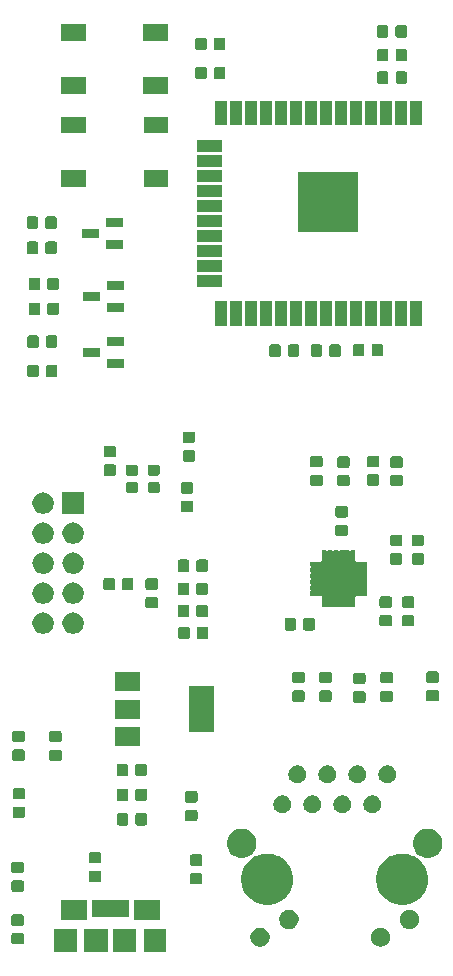
<source format=gbr>
G04 #@! TF.GenerationSoftware,KiCad,Pcbnew,(5.1.5)-3*
G04 #@! TF.CreationDate,2019-12-12T17:13:38-08:00*
G04 #@! TF.ProjectId,EsperDNS,45737065-7244-44e5-932e-6b696361645f,rev?*
G04 #@! TF.SameCoordinates,Original*
G04 #@! TF.FileFunction,Soldermask,Top*
G04 #@! TF.FilePolarity,Negative*
%FSLAX46Y46*%
G04 Gerber Fmt 4.6, Leading zero omitted, Abs format (unit mm)*
G04 Created by KiCad (PCBNEW (5.1.5)-3) date 2019-12-12 17:13:38*
%MOMM*%
%LPD*%
G04 APERTURE LIST*
%ADD10C,0.100000*%
G04 APERTURE END LIST*
D10*
G36*
X127485600Y-138247200D02*
G01*
X125483600Y-138247200D01*
X125483600Y-136245200D01*
X127485600Y-136245200D01*
X127485600Y-138247200D01*
G37*
G36*
X129885600Y-138247200D02*
G01*
X127883600Y-138247200D01*
X127883600Y-136245200D01*
X129885600Y-136245200D01*
X129885600Y-138247200D01*
G37*
G36*
X132435600Y-138247200D02*
G01*
X130533600Y-138247200D01*
X130533600Y-136245200D01*
X132435600Y-136245200D01*
X132435600Y-138247200D01*
G37*
G36*
X124835600Y-138247200D02*
G01*
X122933600Y-138247200D01*
X122933600Y-136245200D01*
X124835600Y-136245200D01*
X124835600Y-138247200D01*
G37*
G36*
X150798017Y-136195358D02*
G01*
X150872270Y-136226115D01*
X150946521Y-136256870D01*
X150946522Y-136256871D01*
X151080167Y-136346169D01*
X151193831Y-136459833D01*
X151260804Y-136560067D01*
X151283130Y-136593479D01*
X151302189Y-136639492D01*
X151344642Y-136741983D01*
X151376000Y-136899630D01*
X151376000Y-137060370D01*
X151344642Y-137218017D01*
X151313885Y-137292270D01*
X151283130Y-137366521D01*
X151283129Y-137366522D01*
X151193831Y-137500167D01*
X151080167Y-137613831D01*
X150979933Y-137680805D01*
X150946521Y-137703130D01*
X150872270Y-137733885D01*
X150798017Y-137764642D01*
X150640370Y-137796000D01*
X150479630Y-137796000D01*
X150321983Y-137764642D01*
X150247730Y-137733885D01*
X150173479Y-137703130D01*
X150140067Y-137680805D01*
X150039833Y-137613831D01*
X149926169Y-137500167D01*
X149836871Y-137366522D01*
X149836870Y-137366521D01*
X149806115Y-137292270D01*
X149775358Y-137218017D01*
X149744000Y-137060370D01*
X149744000Y-136899630D01*
X149775358Y-136741983D01*
X149817811Y-136639492D01*
X149836870Y-136593479D01*
X149859195Y-136560067D01*
X149926169Y-136459833D01*
X150039833Y-136346169D01*
X150173478Y-136256871D01*
X150173479Y-136256870D01*
X150247730Y-136226115D01*
X150321983Y-136195358D01*
X150479630Y-136164000D01*
X150640370Y-136164000D01*
X150798017Y-136195358D01*
G37*
G36*
X140598017Y-136195358D02*
G01*
X140672270Y-136226115D01*
X140746521Y-136256870D01*
X140746522Y-136256871D01*
X140880167Y-136346169D01*
X140993831Y-136459833D01*
X141060804Y-136560067D01*
X141083130Y-136593479D01*
X141102189Y-136639492D01*
X141144642Y-136741983D01*
X141176000Y-136899630D01*
X141176000Y-137060370D01*
X141144642Y-137218017D01*
X141113885Y-137292270D01*
X141083130Y-137366521D01*
X141083129Y-137366522D01*
X140993831Y-137500167D01*
X140880167Y-137613831D01*
X140779933Y-137680805D01*
X140746521Y-137703130D01*
X140672270Y-137733885D01*
X140598017Y-137764642D01*
X140440370Y-137796000D01*
X140279630Y-137796000D01*
X140121983Y-137764642D01*
X140047730Y-137733885D01*
X139973479Y-137703130D01*
X139940067Y-137680805D01*
X139839833Y-137613831D01*
X139726169Y-137500167D01*
X139636871Y-137366522D01*
X139636870Y-137366521D01*
X139606115Y-137292270D01*
X139575358Y-137218017D01*
X139544000Y-137060370D01*
X139544000Y-136899630D01*
X139575358Y-136741983D01*
X139617811Y-136639492D01*
X139636870Y-136593479D01*
X139659195Y-136560067D01*
X139726169Y-136459833D01*
X139839833Y-136346169D01*
X139973478Y-136256871D01*
X139973479Y-136256870D01*
X140047730Y-136226115D01*
X140121983Y-136195358D01*
X140279630Y-136164000D01*
X140440370Y-136164000D01*
X140598017Y-136195358D01*
G37*
G36*
X120216791Y-136624985D02*
G01*
X120250769Y-136635293D01*
X120282090Y-136652034D01*
X120309539Y-136674561D01*
X120332066Y-136702010D01*
X120348807Y-136733331D01*
X120359115Y-136767309D01*
X120363200Y-136808790D01*
X120363200Y-137410010D01*
X120359115Y-137451491D01*
X120348807Y-137485469D01*
X120332066Y-137516790D01*
X120309539Y-137544239D01*
X120282090Y-137566766D01*
X120250769Y-137583507D01*
X120216791Y-137593815D01*
X120175310Y-137597900D01*
X119499090Y-137597900D01*
X119457609Y-137593815D01*
X119423631Y-137583507D01*
X119392310Y-137566766D01*
X119364861Y-137544239D01*
X119342334Y-137516790D01*
X119325593Y-137485469D01*
X119315285Y-137451491D01*
X119311200Y-137410010D01*
X119311200Y-136808790D01*
X119315285Y-136767309D01*
X119325593Y-136733331D01*
X119342334Y-136702010D01*
X119364861Y-136674561D01*
X119392310Y-136652034D01*
X119423631Y-136635293D01*
X119457609Y-136624985D01*
X119499090Y-136620900D01*
X120175310Y-136620900D01*
X120216791Y-136624985D01*
G37*
G36*
X143048017Y-134675358D02*
G01*
X143196521Y-134736870D01*
X143196522Y-134736871D01*
X143330167Y-134826169D01*
X143443831Y-134939833D01*
X143510804Y-135040067D01*
X143533130Y-135073479D01*
X143555303Y-135127010D01*
X143594642Y-135221983D01*
X143626000Y-135379630D01*
X143626000Y-135540370D01*
X143594642Y-135698017D01*
X143533130Y-135846521D01*
X143533129Y-135846522D01*
X143443831Y-135980167D01*
X143330167Y-136093831D01*
X143229933Y-136160804D01*
X143196521Y-136183130D01*
X143122270Y-136213885D01*
X143048017Y-136244642D01*
X142890370Y-136276000D01*
X142729630Y-136276000D01*
X142571983Y-136244642D01*
X142497730Y-136213885D01*
X142423479Y-136183130D01*
X142390067Y-136160805D01*
X142289833Y-136093831D01*
X142176169Y-135980167D01*
X142086871Y-135846522D01*
X142086870Y-135846521D01*
X142025358Y-135698017D01*
X141994000Y-135540370D01*
X141994000Y-135379630D01*
X142025358Y-135221983D01*
X142064697Y-135127010D01*
X142086870Y-135073479D01*
X142109195Y-135040067D01*
X142176169Y-134939833D01*
X142289833Y-134826169D01*
X142423478Y-134736871D01*
X142423479Y-134736870D01*
X142571983Y-134675358D01*
X142729630Y-134644000D01*
X142890370Y-134644000D01*
X143048017Y-134675358D01*
G37*
G36*
X153248017Y-134675358D02*
G01*
X153396521Y-134736870D01*
X153396522Y-134736871D01*
X153530167Y-134826169D01*
X153643831Y-134939833D01*
X153710804Y-135040067D01*
X153733130Y-135073479D01*
X153755303Y-135127010D01*
X153794642Y-135221983D01*
X153826000Y-135379630D01*
X153826000Y-135540370D01*
X153794642Y-135698017D01*
X153733130Y-135846521D01*
X153733129Y-135846522D01*
X153643831Y-135980167D01*
X153530167Y-136093831D01*
X153429933Y-136160804D01*
X153396521Y-136183130D01*
X153322270Y-136213885D01*
X153248017Y-136244642D01*
X153090370Y-136276000D01*
X152929630Y-136276000D01*
X152771983Y-136244642D01*
X152697730Y-136213885D01*
X152623479Y-136183130D01*
X152590067Y-136160805D01*
X152489833Y-136093831D01*
X152376169Y-135980167D01*
X152286871Y-135846522D01*
X152286870Y-135846521D01*
X152225358Y-135698017D01*
X152194000Y-135540370D01*
X152194000Y-135379630D01*
X152225358Y-135221983D01*
X152264697Y-135127010D01*
X152286870Y-135073479D01*
X152309195Y-135040067D01*
X152376169Y-134939833D01*
X152489833Y-134826169D01*
X152623478Y-134736871D01*
X152623479Y-134736870D01*
X152771983Y-134675358D01*
X152929630Y-134644000D01*
X153090370Y-134644000D01*
X153248017Y-134675358D01*
G37*
G36*
X120216791Y-135049985D02*
G01*
X120250769Y-135060293D01*
X120282090Y-135077034D01*
X120309539Y-135099561D01*
X120332066Y-135127010D01*
X120348807Y-135158331D01*
X120359115Y-135192309D01*
X120363200Y-135233790D01*
X120363200Y-135835010D01*
X120359115Y-135876491D01*
X120348807Y-135910469D01*
X120332066Y-135941790D01*
X120309539Y-135969239D01*
X120282090Y-135991766D01*
X120250769Y-136008507D01*
X120216791Y-136018815D01*
X120175310Y-136022900D01*
X119499090Y-136022900D01*
X119457609Y-136018815D01*
X119423631Y-136008507D01*
X119392310Y-135991766D01*
X119364861Y-135969239D01*
X119342334Y-135941790D01*
X119325593Y-135910469D01*
X119315285Y-135876491D01*
X119311200Y-135835010D01*
X119311200Y-135233790D01*
X119315285Y-135192309D01*
X119325593Y-135158331D01*
X119342334Y-135127010D01*
X119364861Y-135099561D01*
X119392310Y-135077034D01*
X119423631Y-135060293D01*
X119457609Y-135049985D01*
X119499090Y-135045900D01*
X120175310Y-135045900D01*
X120216791Y-135049985D01*
G37*
G36*
X125685600Y-135547200D02*
G01*
X123483600Y-135547200D01*
X123483600Y-133845200D01*
X125685600Y-133845200D01*
X125685600Y-135547200D01*
G37*
G36*
X131885600Y-135547200D02*
G01*
X129683600Y-135547200D01*
X129683600Y-133845200D01*
X131885600Y-133845200D01*
X131885600Y-135547200D01*
G37*
G36*
X129235600Y-135297200D02*
G01*
X126133600Y-135297200D01*
X126133600Y-133845200D01*
X129235600Y-133845200D01*
X129235600Y-135297200D01*
G37*
G36*
X141458542Y-129950390D02*
G01*
X141607049Y-129979930D01*
X141888097Y-130096344D01*
X141942028Y-130118683D01*
X142004512Y-130144565D01*
X142362219Y-130383577D01*
X142666423Y-130687781D01*
X142905435Y-131045488D01*
X143070070Y-131442951D01*
X143090326Y-131544785D01*
X143154000Y-131864893D01*
X143154000Y-132295107D01*
X143125857Y-132436590D01*
X143070070Y-132717049D01*
X142905435Y-133114512D01*
X142666423Y-133472219D01*
X142362219Y-133776423D01*
X142004512Y-134015435D01*
X141607049Y-134180070D01*
X141466401Y-134208047D01*
X141185107Y-134264000D01*
X140754893Y-134264000D01*
X140473599Y-134208047D01*
X140332951Y-134180070D01*
X139935488Y-134015435D01*
X139577781Y-133776423D01*
X139273577Y-133472219D01*
X139034565Y-133114512D01*
X138869930Y-132717049D01*
X138814143Y-132436590D01*
X138786000Y-132295107D01*
X138786000Y-131864893D01*
X138849674Y-131544785D01*
X138869930Y-131442951D01*
X139034565Y-131045488D01*
X139273577Y-130687781D01*
X139577781Y-130383577D01*
X139935488Y-130144565D01*
X139997973Y-130118683D01*
X140051903Y-130096344D01*
X140332951Y-129979930D01*
X140481458Y-129950390D01*
X140754893Y-129896000D01*
X141185107Y-129896000D01*
X141458542Y-129950390D01*
G37*
G36*
X152888542Y-129950390D02*
G01*
X153037049Y-129979930D01*
X153318097Y-130096344D01*
X153372028Y-130118683D01*
X153434512Y-130144565D01*
X153792219Y-130383577D01*
X154096423Y-130687781D01*
X154335435Y-131045488D01*
X154500070Y-131442951D01*
X154520326Y-131544785D01*
X154584000Y-131864893D01*
X154584000Y-132295107D01*
X154555857Y-132436590D01*
X154500070Y-132717049D01*
X154335435Y-133114512D01*
X154096423Y-133472219D01*
X153792219Y-133776423D01*
X153434512Y-134015435D01*
X153037049Y-134180070D01*
X152896401Y-134208047D01*
X152615107Y-134264000D01*
X152184893Y-134264000D01*
X151903599Y-134208047D01*
X151762951Y-134180070D01*
X151365488Y-134015435D01*
X151007781Y-133776423D01*
X150703577Y-133472219D01*
X150464565Y-133114512D01*
X150299930Y-132717049D01*
X150244143Y-132436590D01*
X150216000Y-132295107D01*
X150216000Y-131864893D01*
X150279674Y-131544785D01*
X150299930Y-131442951D01*
X150464565Y-131045488D01*
X150703577Y-130687781D01*
X151007781Y-130383577D01*
X151365488Y-130144565D01*
X151427973Y-130118683D01*
X151481903Y-130096344D01*
X151762951Y-129979930D01*
X151911458Y-129950390D01*
X152184893Y-129896000D01*
X152615107Y-129896000D01*
X152888542Y-129950390D01*
G37*
G36*
X120216791Y-132154385D02*
G01*
X120250769Y-132164693D01*
X120282090Y-132181434D01*
X120309539Y-132203961D01*
X120332066Y-132231410D01*
X120348807Y-132262731D01*
X120359115Y-132296709D01*
X120363200Y-132338190D01*
X120363200Y-132939410D01*
X120359115Y-132980891D01*
X120348807Y-133014869D01*
X120332066Y-133046190D01*
X120309539Y-133073639D01*
X120282090Y-133096166D01*
X120250769Y-133112907D01*
X120216791Y-133123215D01*
X120175310Y-133127300D01*
X119499090Y-133127300D01*
X119457609Y-133123215D01*
X119423631Y-133112907D01*
X119392310Y-133096166D01*
X119364861Y-133073639D01*
X119342334Y-133046190D01*
X119325593Y-133014869D01*
X119315285Y-132980891D01*
X119311200Y-132939410D01*
X119311200Y-132338190D01*
X119315285Y-132296709D01*
X119325593Y-132262731D01*
X119342334Y-132231410D01*
X119364861Y-132203961D01*
X119392310Y-132181434D01*
X119423631Y-132164693D01*
X119457609Y-132154385D01*
X119499090Y-132150300D01*
X120175310Y-132150300D01*
X120216791Y-132154385D01*
G37*
G36*
X135329791Y-131544785D02*
G01*
X135363769Y-131555093D01*
X135395090Y-131571834D01*
X135422539Y-131594361D01*
X135445066Y-131621810D01*
X135461807Y-131653131D01*
X135472115Y-131687109D01*
X135476200Y-131728590D01*
X135476200Y-132329810D01*
X135472115Y-132371291D01*
X135461807Y-132405269D01*
X135445066Y-132436590D01*
X135422539Y-132464039D01*
X135395090Y-132486566D01*
X135363769Y-132503307D01*
X135329791Y-132513615D01*
X135288310Y-132517700D01*
X134612090Y-132517700D01*
X134570609Y-132513615D01*
X134536631Y-132503307D01*
X134505310Y-132486566D01*
X134477861Y-132464039D01*
X134455334Y-132436590D01*
X134438593Y-132405269D01*
X134428285Y-132371291D01*
X134424200Y-132329810D01*
X134424200Y-131728590D01*
X134428285Y-131687109D01*
X134438593Y-131653131D01*
X134455334Y-131621810D01*
X134477861Y-131594361D01*
X134505310Y-131571834D01*
X134536631Y-131555093D01*
X134570609Y-131544785D01*
X134612090Y-131540700D01*
X135288310Y-131540700D01*
X135329791Y-131544785D01*
G37*
G36*
X126769991Y-131341585D02*
G01*
X126803969Y-131351893D01*
X126835290Y-131368634D01*
X126862739Y-131391161D01*
X126885266Y-131418610D01*
X126902007Y-131449931D01*
X126912315Y-131483909D01*
X126916400Y-131525390D01*
X126916400Y-132126610D01*
X126912315Y-132168091D01*
X126902007Y-132202069D01*
X126885266Y-132233390D01*
X126862739Y-132260839D01*
X126835290Y-132283366D01*
X126803969Y-132300107D01*
X126769991Y-132310415D01*
X126728510Y-132314500D01*
X126052290Y-132314500D01*
X126010809Y-132310415D01*
X125976831Y-132300107D01*
X125945510Y-132283366D01*
X125918061Y-132260839D01*
X125895534Y-132233390D01*
X125878793Y-132202069D01*
X125868485Y-132168091D01*
X125864400Y-132126610D01*
X125864400Y-131525390D01*
X125868485Y-131483909D01*
X125878793Y-131449931D01*
X125895534Y-131418610D01*
X125918061Y-131391161D01*
X125945510Y-131368634D01*
X125976831Y-131351893D01*
X126010809Y-131341585D01*
X126052290Y-131337500D01*
X126728510Y-131337500D01*
X126769991Y-131341585D01*
G37*
G36*
X120216791Y-130579385D02*
G01*
X120250769Y-130589693D01*
X120282090Y-130606434D01*
X120309539Y-130628961D01*
X120332066Y-130656410D01*
X120348807Y-130687731D01*
X120359115Y-130721709D01*
X120363200Y-130763190D01*
X120363200Y-131364410D01*
X120359115Y-131405891D01*
X120348807Y-131439869D01*
X120332066Y-131471190D01*
X120309539Y-131498639D01*
X120282090Y-131521166D01*
X120250769Y-131537907D01*
X120216791Y-131548215D01*
X120175310Y-131552300D01*
X119499090Y-131552300D01*
X119457609Y-131548215D01*
X119423631Y-131537907D01*
X119392310Y-131521166D01*
X119364861Y-131498639D01*
X119342334Y-131471190D01*
X119325593Y-131439869D01*
X119315285Y-131405891D01*
X119311200Y-131364410D01*
X119311200Y-130763190D01*
X119315285Y-130721709D01*
X119325593Y-130687731D01*
X119342334Y-130656410D01*
X119364861Y-130628961D01*
X119392310Y-130606434D01*
X119423631Y-130589693D01*
X119457609Y-130579385D01*
X119499090Y-130575300D01*
X120175310Y-130575300D01*
X120216791Y-130579385D01*
G37*
G36*
X135329791Y-129969785D02*
G01*
X135363769Y-129980093D01*
X135395090Y-129996834D01*
X135422539Y-130019361D01*
X135445066Y-130046810D01*
X135461807Y-130078131D01*
X135472115Y-130112109D01*
X135476200Y-130153590D01*
X135476200Y-130754810D01*
X135472115Y-130796291D01*
X135461807Y-130830269D01*
X135445066Y-130861590D01*
X135422539Y-130889039D01*
X135395090Y-130911566D01*
X135363769Y-130928307D01*
X135329791Y-130938615D01*
X135288310Y-130942700D01*
X134612090Y-130942700D01*
X134570609Y-130938615D01*
X134536631Y-130928307D01*
X134505310Y-130911566D01*
X134477861Y-130889039D01*
X134455334Y-130861590D01*
X134438593Y-130830269D01*
X134428285Y-130796291D01*
X134424200Y-130754810D01*
X134424200Y-130153590D01*
X134428285Y-130112109D01*
X134438593Y-130078131D01*
X134455334Y-130046810D01*
X134477861Y-130019361D01*
X134505310Y-129996834D01*
X134536631Y-129980093D01*
X134570609Y-129969785D01*
X134612090Y-129965700D01*
X135288310Y-129965700D01*
X135329791Y-129969785D01*
G37*
G36*
X126769991Y-129766585D02*
G01*
X126803969Y-129776893D01*
X126835290Y-129793634D01*
X126862739Y-129816161D01*
X126885266Y-129843610D01*
X126902007Y-129874931D01*
X126912315Y-129908909D01*
X126916400Y-129950390D01*
X126916400Y-130551610D01*
X126912315Y-130593091D01*
X126902007Y-130627069D01*
X126885266Y-130658390D01*
X126862739Y-130685839D01*
X126835290Y-130708366D01*
X126803969Y-130725107D01*
X126769991Y-130735415D01*
X126728510Y-130739500D01*
X126052290Y-130739500D01*
X126010809Y-130735415D01*
X125976831Y-130725107D01*
X125945510Y-130708366D01*
X125918061Y-130685839D01*
X125895534Y-130658390D01*
X125878793Y-130627069D01*
X125868485Y-130593091D01*
X125864400Y-130551610D01*
X125864400Y-129950390D01*
X125868485Y-129908909D01*
X125878793Y-129874931D01*
X125895534Y-129843610D01*
X125918061Y-129816161D01*
X125945510Y-129793634D01*
X125976831Y-129776893D01*
X126010809Y-129766585D01*
X126052290Y-129762500D01*
X126728510Y-129762500D01*
X126769991Y-129766585D01*
G37*
G36*
X139168339Y-127848710D02*
G01*
X139391911Y-127941317D01*
X139391913Y-127941318D01*
X139593123Y-128075762D01*
X139764238Y-128246877D01*
X139898682Y-128448087D01*
X139898683Y-128448089D01*
X139991290Y-128671661D01*
X140038500Y-128909002D01*
X140038500Y-129150998D01*
X139991290Y-129388339D01*
X139898683Y-129611911D01*
X139898682Y-129611913D01*
X139764238Y-129813123D01*
X139593123Y-129984238D01*
X139391913Y-130118682D01*
X139391912Y-130118683D01*
X139391911Y-130118683D01*
X139168339Y-130211290D01*
X138930998Y-130258500D01*
X138689002Y-130258500D01*
X138451661Y-130211290D01*
X138228089Y-130118683D01*
X138228088Y-130118683D01*
X138228087Y-130118682D01*
X138026877Y-129984238D01*
X137855762Y-129813123D01*
X137721318Y-129611913D01*
X137721317Y-129611911D01*
X137628710Y-129388339D01*
X137581500Y-129150998D01*
X137581500Y-128909002D01*
X137628710Y-128671661D01*
X137721317Y-128448089D01*
X137721318Y-128448087D01*
X137855762Y-128246877D01*
X138026877Y-128075762D01*
X138228087Y-127941318D01*
X138228089Y-127941317D01*
X138451661Y-127848710D01*
X138689002Y-127801500D01*
X138930998Y-127801500D01*
X139168339Y-127848710D01*
G37*
G36*
X154918339Y-127848710D02*
G01*
X155141911Y-127941317D01*
X155141913Y-127941318D01*
X155343123Y-128075762D01*
X155514238Y-128246877D01*
X155648682Y-128448087D01*
X155648683Y-128448089D01*
X155741290Y-128671661D01*
X155788500Y-128909002D01*
X155788500Y-129150998D01*
X155741290Y-129388339D01*
X155648683Y-129611911D01*
X155648682Y-129611913D01*
X155514238Y-129813123D01*
X155343123Y-129984238D01*
X155141913Y-130118682D01*
X155141912Y-130118683D01*
X155141911Y-130118683D01*
X154918339Y-130211290D01*
X154680998Y-130258500D01*
X154439002Y-130258500D01*
X154201661Y-130211290D01*
X153978089Y-130118683D01*
X153978088Y-130118683D01*
X153978087Y-130118682D01*
X153776877Y-129984238D01*
X153605762Y-129813123D01*
X153471318Y-129611913D01*
X153471317Y-129611911D01*
X153378710Y-129388339D01*
X153331500Y-129150998D01*
X153331500Y-128909002D01*
X153378710Y-128671661D01*
X153471317Y-128448089D01*
X153471318Y-128448087D01*
X153605762Y-128246877D01*
X153776877Y-128075762D01*
X153978087Y-127941318D01*
X153978089Y-127941317D01*
X154201661Y-127848710D01*
X154439002Y-127801500D01*
X154680998Y-127801500D01*
X154918339Y-127848710D01*
G37*
G36*
X130644291Y-126478085D02*
G01*
X130678269Y-126488393D01*
X130709590Y-126505134D01*
X130737039Y-126527661D01*
X130759566Y-126555110D01*
X130776307Y-126586431D01*
X130786615Y-126620409D01*
X130790700Y-126661890D01*
X130790700Y-127338110D01*
X130786615Y-127379591D01*
X130776307Y-127413569D01*
X130759566Y-127444890D01*
X130737039Y-127472339D01*
X130709590Y-127494866D01*
X130678269Y-127511607D01*
X130644291Y-127521915D01*
X130602810Y-127526000D01*
X130001590Y-127526000D01*
X129960109Y-127521915D01*
X129926131Y-127511607D01*
X129894810Y-127494866D01*
X129867361Y-127472339D01*
X129844834Y-127444890D01*
X129828093Y-127413569D01*
X129817785Y-127379591D01*
X129813700Y-127338110D01*
X129813700Y-126661890D01*
X129817785Y-126620409D01*
X129828093Y-126586431D01*
X129844834Y-126555110D01*
X129867361Y-126527661D01*
X129894810Y-126505134D01*
X129926131Y-126488393D01*
X129960109Y-126478085D01*
X130001590Y-126474000D01*
X130602810Y-126474000D01*
X130644291Y-126478085D01*
G37*
G36*
X129069291Y-126478085D02*
G01*
X129103269Y-126488393D01*
X129134590Y-126505134D01*
X129162039Y-126527661D01*
X129184566Y-126555110D01*
X129201307Y-126586431D01*
X129211615Y-126620409D01*
X129215700Y-126661890D01*
X129215700Y-127338110D01*
X129211615Y-127379591D01*
X129201307Y-127413569D01*
X129184566Y-127444890D01*
X129162039Y-127472339D01*
X129134590Y-127494866D01*
X129103269Y-127511607D01*
X129069291Y-127521915D01*
X129027810Y-127526000D01*
X128426590Y-127526000D01*
X128385109Y-127521915D01*
X128351131Y-127511607D01*
X128319810Y-127494866D01*
X128292361Y-127472339D01*
X128269834Y-127444890D01*
X128253093Y-127413569D01*
X128242785Y-127379591D01*
X128238700Y-127338110D01*
X128238700Y-126661890D01*
X128242785Y-126620409D01*
X128253093Y-126586431D01*
X128269834Y-126555110D01*
X128292361Y-126527661D01*
X128319810Y-126505134D01*
X128351131Y-126488393D01*
X128385109Y-126478085D01*
X128426590Y-126474000D01*
X129027810Y-126474000D01*
X129069291Y-126478085D01*
G37*
G36*
X134923391Y-126185585D02*
G01*
X134957369Y-126195893D01*
X134988690Y-126212634D01*
X135016139Y-126235161D01*
X135038666Y-126262610D01*
X135055407Y-126293931D01*
X135065715Y-126327909D01*
X135069800Y-126369390D01*
X135069800Y-126970610D01*
X135065715Y-127012091D01*
X135055407Y-127046069D01*
X135038666Y-127077390D01*
X135016139Y-127104839D01*
X134988690Y-127127366D01*
X134957369Y-127144107D01*
X134923391Y-127154415D01*
X134881910Y-127158500D01*
X134205690Y-127158500D01*
X134164209Y-127154415D01*
X134130231Y-127144107D01*
X134098910Y-127127366D01*
X134071461Y-127104839D01*
X134048934Y-127077390D01*
X134032193Y-127046069D01*
X134021885Y-127012091D01*
X134017800Y-126970610D01*
X134017800Y-126369390D01*
X134021885Y-126327909D01*
X134032193Y-126293931D01*
X134048934Y-126262610D01*
X134071461Y-126235161D01*
X134098910Y-126212634D01*
X134130231Y-126195893D01*
X134164209Y-126185585D01*
X134205690Y-126181500D01*
X134881910Y-126181500D01*
X134923391Y-126185585D01*
G37*
G36*
X120318391Y-125918885D02*
G01*
X120352369Y-125929193D01*
X120383690Y-125945934D01*
X120411139Y-125968461D01*
X120433666Y-125995910D01*
X120450407Y-126027231D01*
X120460715Y-126061209D01*
X120464800Y-126102690D01*
X120464800Y-126703910D01*
X120460715Y-126745391D01*
X120450407Y-126779369D01*
X120433666Y-126810690D01*
X120411139Y-126838139D01*
X120383690Y-126860666D01*
X120352369Y-126877407D01*
X120318391Y-126887715D01*
X120276910Y-126891800D01*
X119600690Y-126891800D01*
X119559209Y-126887715D01*
X119525231Y-126877407D01*
X119493910Y-126860666D01*
X119466461Y-126838139D01*
X119443934Y-126810690D01*
X119427193Y-126779369D01*
X119416885Y-126745391D01*
X119412800Y-126703910D01*
X119412800Y-126102690D01*
X119416885Y-126061209D01*
X119427193Y-126027231D01*
X119443934Y-125995910D01*
X119466461Y-125968461D01*
X119493910Y-125945934D01*
X119525231Y-125929193D01*
X119559209Y-125918885D01*
X119600690Y-125914800D01*
X120276910Y-125914800D01*
X120318391Y-125918885D01*
G37*
G36*
X142458766Y-125008821D02*
G01*
X142595257Y-125065358D01*
X142718097Y-125147437D01*
X142822563Y-125251903D01*
X142904642Y-125374743D01*
X142961179Y-125511234D01*
X142990000Y-125656130D01*
X142990000Y-125803870D01*
X142961179Y-125948766D01*
X142904642Y-126085257D01*
X142822563Y-126208097D01*
X142718097Y-126312563D01*
X142595257Y-126394642D01*
X142458766Y-126451179D01*
X142313870Y-126480000D01*
X142166130Y-126480000D01*
X142021234Y-126451179D01*
X141884743Y-126394642D01*
X141761903Y-126312563D01*
X141657437Y-126208097D01*
X141575358Y-126085257D01*
X141518821Y-125948766D01*
X141490000Y-125803870D01*
X141490000Y-125656130D01*
X141518821Y-125511234D01*
X141575358Y-125374743D01*
X141657437Y-125251903D01*
X141761903Y-125147437D01*
X141884743Y-125065358D01*
X142021234Y-125008821D01*
X142166130Y-124980000D01*
X142313870Y-124980000D01*
X142458766Y-125008821D01*
G37*
G36*
X144998766Y-125008821D02*
G01*
X145135257Y-125065358D01*
X145258097Y-125147437D01*
X145362563Y-125251903D01*
X145444642Y-125374743D01*
X145501179Y-125511234D01*
X145530000Y-125656130D01*
X145530000Y-125803870D01*
X145501179Y-125948766D01*
X145444642Y-126085257D01*
X145362563Y-126208097D01*
X145258097Y-126312563D01*
X145135257Y-126394642D01*
X144998766Y-126451179D01*
X144853870Y-126480000D01*
X144706130Y-126480000D01*
X144561234Y-126451179D01*
X144424743Y-126394642D01*
X144301903Y-126312563D01*
X144197437Y-126208097D01*
X144115358Y-126085257D01*
X144058821Y-125948766D01*
X144030000Y-125803870D01*
X144030000Y-125656130D01*
X144058821Y-125511234D01*
X144115358Y-125374743D01*
X144197437Y-125251903D01*
X144301903Y-125147437D01*
X144424743Y-125065358D01*
X144561234Y-125008821D01*
X144706130Y-124980000D01*
X144853870Y-124980000D01*
X144998766Y-125008821D01*
G37*
G36*
X150078766Y-125008821D02*
G01*
X150215257Y-125065358D01*
X150338097Y-125147437D01*
X150442563Y-125251903D01*
X150524642Y-125374743D01*
X150581179Y-125511234D01*
X150610000Y-125656130D01*
X150610000Y-125803870D01*
X150581179Y-125948766D01*
X150524642Y-126085257D01*
X150442563Y-126208097D01*
X150338097Y-126312563D01*
X150215257Y-126394642D01*
X150078766Y-126451179D01*
X149933870Y-126480000D01*
X149786130Y-126480000D01*
X149641234Y-126451179D01*
X149504743Y-126394642D01*
X149381903Y-126312563D01*
X149277437Y-126208097D01*
X149195358Y-126085257D01*
X149138821Y-125948766D01*
X149110000Y-125803870D01*
X149110000Y-125656130D01*
X149138821Y-125511234D01*
X149195358Y-125374743D01*
X149277437Y-125251903D01*
X149381903Y-125147437D01*
X149504743Y-125065358D01*
X149641234Y-125008821D01*
X149786130Y-124980000D01*
X149933870Y-124980000D01*
X150078766Y-125008821D01*
G37*
G36*
X147538766Y-125008821D02*
G01*
X147675257Y-125065358D01*
X147798097Y-125147437D01*
X147902563Y-125251903D01*
X147984642Y-125374743D01*
X148041179Y-125511234D01*
X148070000Y-125656130D01*
X148070000Y-125803870D01*
X148041179Y-125948766D01*
X147984642Y-126085257D01*
X147902563Y-126208097D01*
X147798097Y-126312563D01*
X147675257Y-126394642D01*
X147538766Y-126451179D01*
X147393870Y-126480000D01*
X147246130Y-126480000D01*
X147101234Y-126451179D01*
X146964743Y-126394642D01*
X146841903Y-126312563D01*
X146737437Y-126208097D01*
X146655358Y-126085257D01*
X146598821Y-125948766D01*
X146570000Y-125803870D01*
X146570000Y-125656130D01*
X146598821Y-125511234D01*
X146655358Y-125374743D01*
X146737437Y-125251903D01*
X146841903Y-125147437D01*
X146964743Y-125065358D01*
X147101234Y-125008821D01*
X147246130Y-124980000D01*
X147393870Y-124980000D01*
X147538766Y-125008821D01*
G37*
G36*
X134923391Y-124610585D02*
G01*
X134957369Y-124620893D01*
X134988690Y-124637634D01*
X135016139Y-124660161D01*
X135038666Y-124687610D01*
X135055407Y-124718931D01*
X135065715Y-124752909D01*
X135069800Y-124794390D01*
X135069800Y-125395610D01*
X135065715Y-125437091D01*
X135055407Y-125471069D01*
X135038666Y-125502390D01*
X135016139Y-125529839D01*
X134988690Y-125552366D01*
X134957369Y-125569107D01*
X134923391Y-125579415D01*
X134881910Y-125583500D01*
X134205690Y-125583500D01*
X134164209Y-125579415D01*
X134130231Y-125569107D01*
X134098910Y-125552366D01*
X134071461Y-125529839D01*
X134048934Y-125502390D01*
X134032193Y-125471069D01*
X134021885Y-125437091D01*
X134017800Y-125395610D01*
X134017800Y-124794390D01*
X134021885Y-124752909D01*
X134032193Y-124718931D01*
X134048934Y-124687610D01*
X134071461Y-124660161D01*
X134098910Y-124637634D01*
X134130231Y-124620893D01*
X134164209Y-124610585D01*
X134205690Y-124606500D01*
X134881910Y-124606500D01*
X134923391Y-124610585D01*
G37*
G36*
X130644291Y-124395285D02*
G01*
X130678269Y-124405593D01*
X130709590Y-124422334D01*
X130737039Y-124444861D01*
X130759566Y-124472310D01*
X130776307Y-124503631D01*
X130786615Y-124537609D01*
X130790700Y-124579090D01*
X130790700Y-125255310D01*
X130786615Y-125296791D01*
X130776307Y-125330769D01*
X130759566Y-125362090D01*
X130737039Y-125389539D01*
X130709590Y-125412066D01*
X130678269Y-125428807D01*
X130644291Y-125439115D01*
X130602810Y-125443200D01*
X130001590Y-125443200D01*
X129960109Y-125439115D01*
X129926131Y-125428807D01*
X129894810Y-125412066D01*
X129867361Y-125389539D01*
X129844834Y-125362090D01*
X129828093Y-125330769D01*
X129817785Y-125296791D01*
X129813700Y-125255310D01*
X129813700Y-124579090D01*
X129817785Y-124537609D01*
X129828093Y-124503631D01*
X129844834Y-124472310D01*
X129867361Y-124444861D01*
X129894810Y-124422334D01*
X129926131Y-124405593D01*
X129960109Y-124395285D01*
X130001590Y-124391200D01*
X130602810Y-124391200D01*
X130644291Y-124395285D01*
G37*
G36*
X129069291Y-124395285D02*
G01*
X129103269Y-124405593D01*
X129134590Y-124422334D01*
X129162039Y-124444861D01*
X129184566Y-124472310D01*
X129201307Y-124503631D01*
X129211615Y-124537609D01*
X129215700Y-124579090D01*
X129215700Y-125255310D01*
X129211615Y-125296791D01*
X129201307Y-125330769D01*
X129184566Y-125362090D01*
X129162039Y-125389539D01*
X129134590Y-125412066D01*
X129103269Y-125428807D01*
X129069291Y-125439115D01*
X129027810Y-125443200D01*
X128426590Y-125443200D01*
X128385109Y-125439115D01*
X128351131Y-125428807D01*
X128319810Y-125412066D01*
X128292361Y-125389539D01*
X128269834Y-125362090D01*
X128253093Y-125330769D01*
X128242785Y-125296791D01*
X128238700Y-125255310D01*
X128238700Y-124579090D01*
X128242785Y-124537609D01*
X128253093Y-124503631D01*
X128269834Y-124472310D01*
X128292361Y-124444861D01*
X128319810Y-124422334D01*
X128351131Y-124405593D01*
X128385109Y-124395285D01*
X128426590Y-124391200D01*
X129027810Y-124391200D01*
X129069291Y-124395285D01*
G37*
G36*
X120318391Y-124343885D02*
G01*
X120352369Y-124354193D01*
X120383690Y-124370934D01*
X120411139Y-124393461D01*
X120433666Y-124420910D01*
X120450407Y-124452231D01*
X120460715Y-124486209D01*
X120464800Y-124527690D01*
X120464800Y-125128910D01*
X120460715Y-125170391D01*
X120450407Y-125204369D01*
X120433666Y-125235690D01*
X120411139Y-125263139D01*
X120383690Y-125285666D01*
X120352369Y-125302407D01*
X120318391Y-125312715D01*
X120276910Y-125316800D01*
X119600690Y-125316800D01*
X119559209Y-125312715D01*
X119525231Y-125302407D01*
X119493910Y-125285666D01*
X119466461Y-125263139D01*
X119443934Y-125235690D01*
X119427193Y-125204369D01*
X119416885Y-125170391D01*
X119412800Y-125128910D01*
X119412800Y-124527690D01*
X119416885Y-124486209D01*
X119427193Y-124452231D01*
X119443934Y-124420910D01*
X119466461Y-124393461D01*
X119493910Y-124370934D01*
X119525231Y-124354193D01*
X119559209Y-124343885D01*
X119600690Y-124339800D01*
X120276910Y-124339800D01*
X120318391Y-124343885D01*
G37*
G36*
X148808766Y-122468821D02*
G01*
X148945257Y-122525358D01*
X149068097Y-122607437D01*
X149172563Y-122711903D01*
X149254642Y-122834743D01*
X149311179Y-122971234D01*
X149340000Y-123116130D01*
X149340000Y-123263870D01*
X149311179Y-123408766D01*
X149254642Y-123545257D01*
X149172563Y-123668097D01*
X149068097Y-123772563D01*
X148945257Y-123854642D01*
X148808766Y-123911179D01*
X148663870Y-123940000D01*
X148516130Y-123940000D01*
X148371234Y-123911179D01*
X148234743Y-123854642D01*
X148111903Y-123772563D01*
X148007437Y-123668097D01*
X147925358Y-123545257D01*
X147868821Y-123408766D01*
X147840000Y-123263870D01*
X147840000Y-123116130D01*
X147868821Y-122971234D01*
X147925358Y-122834743D01*
X148007437Y-122711903D01*
X148111903Y-122607437D01*
X148234743Y-122525358D01*
X148371234Y-122468821D01*
X148516130Y-122440000D01*
X148663870Y-122440000D01*
X148808766Y-122468821D01*
G37*
G36*
X151348766Y-122468821D02*
G01*
X151485257Y-122525358D01*
X151608097Y-122607437D01*
X151712563Y-122711903D01*
X151794642Y-122834743D01*
X151851179Y-122971234D01*
X151880000Y-123116130D01*
X151880000Y-123263870D01*
X151851179Y-123408766D01*
X151794642Y-123545257D01*
X151712563Y-123668097D01*
X151608097Y-123772563D01*
X151485257Y-123854642D01*
X151348766Y-123911179D01*
X151203870Y-123940000D01*
X151056130Y-123940000D01*
X150911234Y-123911179D01*
X150774743Y-123854642D01*
X150651903Y-123772563D01*
X150547437Y-123668097D01*
X150465358Y-123545257D01*
X150408821Y-123408766D01*
X150380000Y-123263870D01*
X150380000Y-123116130D01*
X150408821Y-122971234D01*
X150465358Y-122834743D01*
X150547437Y-122711903D01*
X150651903Y-122607437D01*
X150774743Y-122525358D01*
X150911234Y-122468821D01*
X151056130Y-122440000D01*
X151203870Y-122440000D01*
X151348766Y-122468821D01*
G37*
G36*
X146268766Y-122468821D02*
G01*
X146405257Y-122525358D01*
X146528097Y-122607437D01*
X146632563Y-122711903D01*
X146714642Y-122834743D01*
X146771179Y-122971234D01*
X146800000Y-123116130D01*
X146800000Y-123263870D01*
X146771179Y-123408766D01*
X146714642Y-123545257D01*
X146632563Y-123668097D01*
X146528097Y-123772563D01*
X146405257Y-123854642D01*
X146268766Y-123911179D01*
X146123870Y-123940000D01*
X145976130Y-123940000D01*
X145831234Y-123911179D01*
X145694743Y-123854642D01*
X145571903Y-123772563D01*
X145467437Y-123668097D01*
X145385358Y-123545257D01*
X145328821Y-123408766D01*
X145300000Y-123263870D01*
X145300000Y-123116130D01*
X145328821Y-122971234D01*
X145385358Y-122834743D01*
X145467437Y-122711903D01*
X145571903Y-122607437D01*
X145694743Y-122525358D01*
X145831234Y-122468821D01*
X145976130Y-122440000D01*
X146123870Y-122440000D01*
X146268766Y-122468821D01*
G37*
G36*
X143728766Y-122468821D02*
G01*
X143865257Y-122525358D01*
X143988097Y-122607437D01*
X144092563Y-122711903D01*
X144174642Y-122834743D01*
X144231179Y-122971234D01*
X144260000Y-123116130D01*
X144260000Y-123263870D01*
X144231179Y-123408766D01*
X144174642Y-123545257D01*
X144092563Y-123668097D01*
X143988097Y-123772563D01*
X143865257Y-123854642D01*
X143728766Y-123911179D01*
X143583870Y-123940000D01*
X143436130Y-123940000D01*
X143291234Y-123911179D01*
X143154743Y-123854642D01*
X143031903Y-123772563D01*
X142927437Y-123668097D01*
X142845358Y-123545257D01*
X142788821Y-123408766D01*
X142760000Y-123263870D01*
X142760000Y-123116130D01*
X142788821Y-122971234D01*
X142845358Y-122834743D01*
X142927437Y-122711903D01*
X143031903Y-122607437D01*
X143154743Y-122525358D01*
X143291234Y-122468821D01*
X143436130Y-122440000D01*
X143583870Y-122440000D01*
X143728766Y-122468821D01*
G37*
G36*
X130618891Y-122312485D02*
G01*
X130652869Y-122322793D01*
X130684190Y-122339534D01*
X130711639Y-122362061D01*
X130734166Y-122389510D01*
X130750907Y-122420831D01*
X130761215Y-122454809D01*
X130765300Y-122496290D01*
X130765300Y-123172510D01*
X130761215Y-123213991D01*
X130750907Y-123247969D01*
X130734166Y-123279290D01*
X130711639Y-123306739D01*
X130684190Y-123329266D01*
X130652869Y-123346007D01*
X130618891Y-123356315D01*
X130577410Y-123360400D01*
X129976190Y-123360400D01*
X129934709Y-123356315D01*
X129900731Y-123346007D01*
X129869410Y-123329266D01*
X129841961Y-123306739D01*
X129819434Y-123279290D01*
X129802693Y-123247969D01*
X129792385Y-123213991D01*
X129788300Y-123172510D01*
X129788300Y-122496290D01*
X129792385Y-122454809D01*
X129802693Y-122420831D01*
X129819434Y-122389510D01*
X129841961Y-122362061D01*
X129869410Y-122339534D01*
X129900731Y-122322793D01*
X129934709Y-122312485D01*
X129976190Y-122308400D01*
X130577410Y-122308400D01*
X130618891Y-122312485D01*
G37*
G36*
X129043891Y-122312485D02*
G01*
X129077869Y-122322793D01*
X129109190Y-122339534D01*
X129136639Y-122362061D01*
X129159166Y-122389510D01*
X129175907Y-122420831D01*
X129186215Y-122454809D01*
X129190300Y-122496290D01*
X129190300Y-123172510D01*
X129186215Y-123213991D01*
X129175907Y-123247969D01*
X129159166Y-123279290D01*
X129136639Y-123306739D01*
X129109190Y-123329266D01*
X129077869Y-123346007D01*
X129043891Y-123356315D01*
X129002410Y-123360400D01*
X128401190Y-123360400D01*
X128359709Y-123356315D01*
X128325731Y-123346007D01*
X128294410Y-123329266D01*
X128266961Y-123306739D01*
X128244434Y-123279290D01*
X128227693Y-123247969D01*
X128217385Y-123213991D01*
X128213300Y-123172510D01*
X128213300Y-122496290D01*
X128217385Y-122454809D01*
X128227693Y-122420831D01*
X128244434Y-122389510D01*
X128266961Y-122362061D01*
X128294410Y-122339534D01*
X128325731Y-122322793D01*
X128359709Y-122312485D01*
X128401190Y-122308400D01*
X129002410Y-122308400D01*
X129043891Y-122312485D01*
G37*
G36*
X123417191Y-121092885D02*
G01*
X123451169Y-121103193D01*
X123482490Y-121119934D01*
X123509939Y-121142461D01*
X123532466Y-121169910D01*
X123549207Y-121201231D01*
X123559515Y-121235209D01*
X123563600Y-121276690D01*
X123563600Y-121877910D01*
X123559515Y-121919391D01*
X123549207Y-121953369D01*
X123532466Y-121984690D01*
X123509939Y-122012139D01*
X123482490Y-122034666D01*
X123451169Y-122051407D01*
X123417191Y-122061715D01*
X123375710Y-122065800D01*
X122699490Y-122065800D01*
X122658009Y-122061715D01*
X122624031Y-122051407D01*
X122592710Y-122034666D01*
X122565261Y-122012139D01*
X122542734Y-121984690D01*
X122525993Y-121953369D01*
X122515685Y-121919391D01*
X122511600Y-121877910D01*
X122511600Y-121276690D01*
X122515685Y-121235209D01*
X122525993Y-121201231D01*
X122542734Y-121169910D01*
X122565261Y-121142461D01*
X122592710Y-121119934D01*
X122624031Y-121103193D01*
X122658009Y-121092885D01*
X122699490Y-121088800D01*
X123375710Y-121088800D01*
X123417191Y-121092885D01*
G37*
G36*
X120292991Y-121067485D02*
G01*
X120326969Y-121077793D01*
X120358290Y-121094534D01*
X120385739Y-121117061D01*
X120408266Y-121144510D01*
X120425007Y-121175831D01*
X120435315Y-121209809D01*
X120439400Y-121251290D01*
X120439400Y-121852510D01*
X120435315Y-121893991D01*
X120425007Y-121927969D01*
X120408266Y-121959290D01*
X120385739Y-121986739D01*
X120358290Y-122009266D01*
X120326969Y-122026007D01*
X120292991Y-122036315D01*
X120251510Y-122040400D01*
X119575290Y-122040400D01*
X119533809Y-122036315D01*
X119499831Y-122026007D01*
X119468510Y-122009266D01*
X119441061Y-121986739D01*
X119418534Y-121959290D01*
X119401793Y-121927969D01*
X119391485Y-121893991D01*
X119387400Y-121852510D01*
X119387400Y-121251290D01*
X119391485Y-121209809D01*
X119401793Y-121175831D01*
X119418534Y-121144510D01*
X119441061Y-121117061D01*
X119468510Y-121094534D01*
X119499831Y-121077793D01*
X119533809Y-121067485D01*
X119575290Y-121063400D01*
X120251510Y-121063400D01*
X120292991Y-121067485D01*
G37*
G36*
X130159200Y-120765200D02*
G01*
X128057200Y-120765200D01*
X128057200Y-119163200D01*
X130159200Y-119163200D01*
X130159200Y-120765200D01*
G37*
G36*
X123417191Y-119517885D02*
G01*
X123451169Y-119528193D01*
X123482490Y-119544934D01*
X123509939Y-119567461D01*
X123532466Y-119594910D01*
X123549207Y-119626231D01*
X123559515Y-119660209D01*
X123563600Y-119701690D01*
X123563600Y-120302910D01*
X123559515Y-120344391D01*
X123549207Y-120378369D01*
X123532466Y-120409690D01*
X123509939Y-120437139D01*
X123482490Y-120459666D01*
X123451169Y-120476407D01*
X123417191Y-120486715D01*
X123375710Y-120490800D01*
X122699490Y-120490800D01*
X122658009Y-120486715D01*
X122624031Y-120476407D01*
X122592710Y-120459666D01*
X122565261Y-120437139D01*
X122542734Y-120409690D01*
X122525993Y-120378369D01*
X122515685Y-120344391D01*
X122511600Y-120302910D01*
X122511600Y-119701690D01*
X122515685Y-119660209D01*
X122525993Y-119626231D01*
X122542734Y-119594910D01*
X122565261Y-119567461D01*
X122592710Y-119544934D01*
X122624031Y-119528193D01*
X122658009Y-119517885D01*
X122699490Y-119513800D01*
X123375710Y-119513800D01*
X123417191Y-119517885D01*
G37*
G36*
X120292991Y-119492485D02*
G01*
X120326969Y-119502793D01*
X120358290Y-119519534D01*
X120385739Y-119542061D01*
X120408266Y-119569510D01*
X120425007Y-119600831D01*
X120435315Y-119634809D01*
X120439400Y-119676290D01*
X120439400Y-120277510D01*
X120435315Y-120318991D01*
X120425007Y-120352969D01*
X120408266Y-120384290D01*
X120385739Y-120411739D01*
X120358290Y-120434266D01*
X120326969Y-120451007D01*
X120292991Y-120461315D01*
X120251510Y-120465400D01*
X119575290Y-120465400D01*
X119533809Y-120461315D01*
X119499831Y-120451007D01*
X119468510Y-120434266D01*
X119441061Y-120411739D01*
X119418534Y-120384290D01*
X119401793Y-120352969D01*
X119391485Y-120318991D01*
X119387400Y-120277510D01*
X119387400Y-119676290D01*
X119391485Y-119634809D01*
X119401793Y-119600831D01*
X119418534Y-119569510D01*
X119441061Y-119542061D01*
X119468510Y-119519534D01*
X119499831Y-119502793D01*
X119533809Y-119492485D01*
X119575290Y-119488400D01*
X120251510Y-119488400D01*
X120292991Y-119492485D01*
G37*
G36*
X136459200Y-119615200D02*
G01*
X134357200Y-119615200D01*
X134357200Y-115713200D01*
X136459200Y-115713200D01*
X136459200Y-119615200D01*
G37*
G36*
X130159200Y-118465200D02*
G01*
X128057200Y-118465200D01*
X128057200Y-116863200D01*
X130159200Y-116863200D01*
X130159200Y-118465200D01*
G37*
G36*
X149147391Y-116152485D02*
G01*
X149181369Y-116162793D01*
X149212690Y-116179534D01*
X149240139Y-116202061D01*
X149262666Y-116229510D01*
X149279407Y-116260831D01*
X149289715Y-116294809D01*
X149293800Y-116336290D01*
X149293800Y-116937510D01*
X149289715Y-116978991D01*
X149279407Y-117012969D01*
X149262666Y-117044290D01*
X149240139Y-117071739D01*
X149212690Y-117094266D01*
X149181369Y-117111007D01*
X149147391Y-117121315D01*
X149105910Y-117125400D01*
X148429690Y-117125400D01*
X148388209Y-117121315D01*
X148354231Y-117111007D01*
X148322910Y-117094266D01*
X148295461Y-117071739D01*
X148272934Y-117044290D01*
X148256193Y-117012969D01*
X148245885Y-116978991D01*
X148241800Y-116937510D01*
X148241800Y-116336290D01*
X148245885Y-116294809D01*
X148256193Y-116260831D01*
X148272934Y-116229510D01*
X148295461Y-116202061D01*
X148322910Y-116179534D01*
X148354231Y-116162793D01*
X148388209Y-116152485D01*
X148429690Y-116148400D01*
X149105910Y-116148400D01*
X149147391Y-116152485D01*
G37*
G36*
X151458791Y-116101685D02*
G01*
X151492769Y-116111993D01*
X151524090Y-116128734D01*
X151551539Y-116151261D01*
X151574066Y-116178710D01*
X151590807Y-116210031D01*
X151601115Y-116244009D01*
X151605200Y-116285490D01*
X151605200Y-116886710D01*
X151601115Y-116928191D01*
X151590807Y-116962169D01*
X151574066Y-116993490D01*
X151551539Y-117020939D01*
X151524090Y-117043466D01*
X151492769Y-117060207D01*
X151458791Y-117070515D01*
X151417310Y-117074600D01*
X150741090Y-117074600D01*
X150699609Y-117070515D01*
X150665631Y-117060207D01*
X150634310Y-117043466D01*
X150606861Y-117020939D01*
X150584334Y-116993490D01*
X150567593Y-116962169D01*
X150557285Y-116928191D01*
X150553200Y-116886710D01*
X150553200Y-116285490D01*
X150557285Y-116244009D01*
X150567593Y-116210031D01*
X150584334Y-116178710D01*
X150606861Y-116151261D01*
X150634310Y-116128734D01*
X150665631Y-116111993D01*
X150699609Y-116101685D01*
X150741090Y-116097600D01*
X151417310Y-116097600D01*
X151458791Y-116101685D01*
G37*
G36*
X146277191Y-116076285D02*
G01*
X146311169Y-116086593D01*
X146342490Y-116103334D01*
X146369939Y-116125861D01*
X146392466Y-116153310D01*
X146409207Y-116184631D01*
X146419515Y-116218609D01*
X146423600Y-116260090D01*
X146423600Y-116861310D01*
X146419515Y-116902791D01*
X146409207Y-116936769D01*
X146392466Y-116968090D01*
X146369939Y-116995539D01*
X146342490Y-117018066D01*
X146311169Y-117034807D01*
X146277191Y-117045115D01*
X146235710Y-117049200D01*
X145559490Y-117049200D01*
X145518009Y-117045115D01*
X145484031Y-117034807D01*
X145452710Y-117018066D01*
X145425261Y-116995539D01*
X145402734Y-116968090D01*
X145385993Y-116936769D01*
X145375685Y-116902791D01*
X145371600Y-116861310D01*
X145371600Y-116260090D01*
X145375685Y-116218609D01*
X145385993Y-116184631D01*
X145402734Y-116153310D01*
X145425261Y-116125861D01*
X145452710Y-116103334D01*
X145484031Y-116086593D01*
X145518009Y-116076285D01*
X145559490Y-116072200D01*
X146235710Y-116072200D01*
X146277191Y-116076285D01*
G37*
G36*
X143991191Y-116076285D02*
G01*
X144025169Y-116086593D01*
X144056490Y-116103334D01*
X144083939Y-116125861D01*
X144106466Y-116153310D01*
X144123207Y-116184631D01*
X144133515Y-116218609D01*
X144137600Y-116260090D01*
X144137600Y-116861310D01*
X144133515Y-116902791D01*
X144123207Y-116936769D01*
X144106466Y-116968090D01*
X144083939Y-116995539D01*
X144056490Y-117018066D01*
X144025169Y-117034807D01*
X143991191Y-117045115D01*
X143949710Y-117049200D01*
X143273490Y-117049200D01*
X143232009Y-117045115D01*
X143198031Y-117034807D01*
X143166710Y-117018066D01*
X143139261Y-116995539D01*
X143116734Y-116968090D01*
X143099993Y-116936769D01*
X143089685Y-116902791D01*
X143085600Y-116861310D01*
X143085600Y-116260090D01*
X143089685Y-116218609D01*
X143099993Y-116184631D01*
X143116734Y-116153310D01*
X143139261Y-116125861D01*
X143166710Y-116103334D01*
X143198031Y-116086593D01*
X143232009Y-116076285D01*
X143273490Y-116072200D01*
X143949710Y-116072200D01*
X143991191Y-116076285D01*
G37*
G36*
X155344991Y-116050785D02*
G01*
X155378969Y-116061093D01*
X155410290Y-116077834D01*
X155437739Y-116100361D01*
X155460266Y-116127810D01*
X155477007Y-116159131D01*
X155487315Y-116193109D01*
X155491400Y-116234590D01*
X155491400Y-116835810D01*
X155487315Y-116877291D01*
X155477007Y-116911269D01*
X155460266Y-116942590D01*
X155437739Y-116970039D01*
X155410290Y-116992566D01*
X155378969Y-117009307D01*
X155344991Y-117019615D01*
X155303510Y-117023700D01*
X154627290Y-117023700D01*
X154585809Y-117019615D01*
X154551831Y-117009307D01*
X154520510Y-116992566D01*
X154493061Y-116970039D01*
X154470534Y-116942590D01*
X154453793Y-116911269D01*
X154443485Y-116877291D01*
X154439400Y-116835810D01*
X154439400Y-116234590D01*
X154443485Y-116193109D01*
X154453793Y-116159131D01*
X154470534Y-116127810D01*
X154493061Y-116100361D01*
X154520510Y-116077834D01*
X154551831Y-116061093D01*
X154585809Y-116050785D01*
X154627290Y-116046700D01*
X155303510Y-116046700D01*
X155344991Y-116050785D01*
G37*
G36*
X130159200Y-116165200D02*
G01*
X128057200Y-116165200D01*
X128057200Y-114563200D01*
X130159200Y-114563200D01*
X130159200Y-116165200D01*
G37*
G36*
X149147391Y-114577485D02*
G01*
X149181369Y-114587793D01*
X149212690Y-114604534D01*
X149240139Y-114627061D01*
X149262666Y-114654510D01*
X149279407Y-114685831D01*
X149289715Y-114719809D01*
X149293800Y-114761290D01*
X149293800Y-115362510D01*
X149289715Y-115403991D01*
X149279407Y-115437969D01*
X149262666Y-115469290D01*
X149240139Y-115496739D01*
X149212690Y-115519266D01*
X149181369Y-115536007D01*
X149147391Y-115546315D01*
X149105910Y-115550400D01*
X148429690Y-115550400D01*
X148388209Y-115546315D01*
X148354231Y-115536007D01*
X148322910Y-115519266D01*
X148295461Y-115496739D01*
X148272934Y-115469290D01*
X148256193Y-115437969D01*
X148245885Y-115403991D01*
X148241800Y-115362510D01*
X148241800Y-114761290D01*
X148245885Y-114719809D01*
X148256193Y-114685831D01*
X148272934Y-114654510D01*
X148295461Y-114627061D01*
X148322910Y-114604534D01*
X148354231Y-114587793D01*
X148388209Y-114577485D01*
X148429690Y-114573400D01*
X149105910Y-114573400D01*
X149147391Y-114577485D01*
G37*
G36*
X151458791Y-114526685D02*
G01*
X151492769Y-114536993D01*
X151524090Y-114553734D01*
X151551539Y-114576261D01*
X151574066Y-114603710D01*
X151590807Y-114635031D01*
X151601115Y-114669009D01*
X151605200Y-114710490D01*
X151605200Y-115311710D01*
X151601115Y-115353191D01*
X151590807Y-115387169D01*
X151574066Y-115418490D01*
X151551539Y-115445939D01*
X151524090Y-115468466D01*
X151492769Y-115485207D01*
X151458791Y-115495515D01*
X151417310Y-115499600D01*
X150741090Y-115499600D01*
X150699609Y-115495515D01*
X150665631Y-115485207D01*
X150634310Y-115468466D01*
X150606861Y-115445939D01*
X150584334Y-115418490D01*
X150567593Y-115387169D01*
X150557285Y-115353191D01*
X150553200Y-115311710D01*
X150553200Y-114710490D01*
X150557285Y-114669009D01*
X150567593Y-114635031D01*
X150584334Y-114603710D01*
X150606861Y-114576261D01*
X150634310Y-114553734D01*
X150665631Y-114536993D01*
X150699609Y-114526685D01*
X150741090Y-114522600D01*
X151417310Y-114522600D01*
X151458791Y-114526685D01*
G37*
G36*
X146277191Y-114501285D02*
G01*
X146311169Y-114511593D01*
X146342490Y-114528334D01*
X146369939Y-114550861D01*
X146392466Y-114578310D01*
X146409207Y-114609631D01*
X146419515Y-114643609D01*
X146423600Y-114685090D01*
X146423600Y-115286310D01*
X146419515Y-115327791D01*
X146409207Y-115361769D01*
X146392466Y-115393090D01*
X146369939Y-115420539D01*
X146342490Y-115443066D01*
X146311169Y-115459807D01*
X146277191Y-115470115D01*
X146235710Y-115474200D01*
X145559490Y-115474200D01*
X145518009Y-115470115D01*
X145484031Y-115459807D01*
X145452710Y-115443066D01*
X145425261Y-115420539D01*
X145402734Y-115393090D01*
X145385993Y-115361769D01*
X145375685Y-115327791D01*
X145371600Y-115286310D01*
X145371600Y-114685090D01*
X145375685Y-114643609D01*
X145385993Y-114609631D01*
X145402734Y-114578310D01*
X145425261Y-114550861D01*
X145452710Y-114528334D01*
X145484031Y-114511593D01*
X145518009Y-114501285D01*
X145559490Y-114497200D01*
X146235710Y-114497200D01*
X146277191Y-114501285D01*
G37*
G36*
X143991191Y-114501285D02*
G01*
X144025169Y-114511593D01*
X144056490Y-114528334D01*
X144083939Y-114550861D01*
X144106466Y-114578310D01*
X144123207Y-114609631D01*
X144133515Y-114643609D01*
X144137600Y-114685090D01*
X144137600Y-115286310D01*
X144133515Y-115327791D01*
X144123207Y-115361769D01*
X144106466Y-115393090D01*
X144083939Y-115420539D01*
X144056490Y-115443066D01*
X144025169Y-115459807D01*
X143991191Y-115470115D01*
X143949710Y-115474200D01*
X143273490Y-115474200D01*
X143232009Y-115470115D01*
X143198031Y-115459807D01*
X143166710Y-115443066D01*
X143139261Y-115420539D01*
X143116734Y-115393090D01*
X143099993Y-115361769D01*
X143089685Y-115327791D01*
X143085600Y-115286310D01*
X143085600Y-114685090D01*
X143089685Y-114643609D01*
X143099993Y-114609631D01*
X143116734Y-114578310D01*
X143139261Y-114550861D01*
X143166710Y-114528334D01*
X143198031Y-114511593D01*
X143232009Y-114501285D01*
X143273490Y-114497200D01*
X143949710Y-114497200D01*
X143991191Y-114501285D01*
G37*
G36*
X155344991Y-114475785D02*
G01*
X155378969Y-114486093D01*
X155410290Y-114502834D01*
X155437739Y-114525361D01*
X155460266Y-114552810D01*
X155477007Y-114584131D01*
X155487315Y-114618109D01*
X155491400Y-114659590D01*
X155491400Y-115260810D01*
X155487315Y-115302291D01*
X155477007Y-115336269D01*
X155460266Y-115367590D01*
X155437739Y-115395039D01*
X155410290Y-115417566D01*
X155378969Y-115434307D01*
X155344991Y-115444615D01*
X155303510Y-115448700D01*
X154627290Y-115448700D01*
X154585809Y-115444615D01*
X154551831Y-115434307D01*
X154520510Y-115417566D01*
X154493061Y-115395039D01*
X154470534Y-115367590D01*
X154453793Y-115336269D01*
X154443485Y-115302291D01*
X154439400Y-115260810D01*
X154439400Y-114659590D01*
X154443485Y-114618109D01*
X154453793Y-114584131D01*
X154470534Y-114552810D01*
X154493061Y-114525361D01*
X154520510Y-114502834D01*
X154551831Y-114486093D01*
X154585809Y-114475785D01*
X154627290Y-114471700D01*
X155303510Y-114471700D01*
X155344991Y-114475785D01*
G37*
G36*
X135825791Y-110691985D02*
G01*
X135859769Y-110702293D01*
X135891090Y-110719034D01*
X135918539Y-110741561D01*
X135941066Y-110769010D01*
X135957807Y-110800331D01*
X135968115Y-110834309D01*
X135972200Y-110875790D01*
X135972200Y-111552010D01*
X135968115Y-111593491D01*
X135957807Y-111627469D01*
X135941066Y-111658790D01*
X135918539Y-111686239D01*
X135891090Y-111708766D01*
X135859769Y-111725507D01*
X135825791Y-111735815D01*
X135784310Y-111739900D01*
X135183090Y-111739900D01*
X135141609Y-111735815D01*
X135107631Y-111725507D01*
X135076310Y-111708766D01*
X135048861Y-111686239D01*
X135026334Y-111658790D01*
X135009593Y-111627469D01*
X134999285Y-111593491D01*
X134995200Y-111552010D01*
X134995200Y-110875790D01*
X134999285Y-110834309D01*
X135009593Y-110800331D01*
X135026334Y-110769010D01*
X135048861Y-110741561D01*
X135076310Y-110719034D01*
X135107631Y-110702293D01*
X135141609Y-110691985D01*
X135183090Y-110687900D01*
X135784310Y-110687900D01*
X135825791Y-110691985D01*
G37*
G36*
X134250791Y-110691985D02*
G01*
X134284769Y-110702293D01*
X134316090Y-110719034D01*
X134343539Y-110741561D01*
X134366066Y-110769010D01*
X134382807Y-110800331D01*
X134393115Y-110834309D01*
X134397200Y-110875790D01*
X134397200Y-111552010D01*
X134393115Y-111593491D01*
X134382807Y-111627469D01*
X134366066Y-111658790D01*
X134343539Y-111686239D01*
X134316090Y-111708766D01*
X134284769Y-111725507D01*
X134250791Y-111735815D01*
X134209310Y-111739900D01*
X133608090Y-111739900D01*
X133566609Y-111735815D01*
X133532631Y-111725507D01*
X133501310Y-111708766D01*
X133473861Y-111686239D01*
X133451334Y-111658790D01*
X133434593Y-111627469D01*
X133424285Y-111593491D01*
X133420200Y-111552010D01*
X133420200Y-110875790D01*
X133424285Y-110834309D01*
X133434593Y-110800331D01*
X133451334Y-110769010D01*
X133473861Y-110741561D01*
X133501310Y-110719034D01*
X133532631Y-110702293D01*
X133566609Y-110691985D01*
X133608090Y-110687900D01*
X134209310Y-110687900D01*
X134250791Y-110691985D01*
G37*
G36*
X122109712Y-109492327D02*
G01*
X122259012Y-109522024D01*
X122422984Y-109589944D01*
X122570554Y-109688547D01*
X122696053Y-109814046D01*
X122794656Y-109961616D01*
X122862576Y-110125588D01*
X122897200Y-110299659D01*
X122897200Y-110477141D01*
X122862576Y-110651212D01*
X122794656Y-110815184D01*
X122696053Y-110962754D01*
X122570554Y-111088253D01*
X122422984Y-111186856D01*
X122259012Y-111254776D01*
X122109712Y-111284473D01*
X122084942Y-111289400D01*
X121907458Y-111289400D01*
X121882688Y-111284473D01*
X121733388Y-111254776D01*
X121569416Y-111186856D01*
X121421846Y-111088253D01*
X121296347Y-110962754D01*
X121197744Y-110815184D01*
X121129824Y-110651212D01*
X121095200Y-110477141D01*
X121095200Y-110299659D01*
X121129824Y-110125588D01*
X121197744Y-109961616D01*
X121296347Y-109814046D01*
X121421846Y-109688547D01*
X121569416Y-109589944D01*
X121733388Y-109522024D01*
X121882688Y-109492327D01*
X121907458Y-109487400D01*
X122084942Y-109487400D01*
X122109712Y-109492327D01*
G37*
G36*
X124649712Y-109492327D02*
G01*
X124799012Y-109522024D01*
X124962984Y-109589944D01*
X125110554Y-109688547D01*
X125236053Y-109814046D01*
X125334656Y-109961616D01*
X125402576Y-110125588D01*
X125437200Y-110299659D01*
X125437200Y-110477141D01*
X125402576Y-110651212D01*
X125334656Y-110815184D01*
X125236053Y-110962754D01*
X125110554Y-111088253D01*
X124962984Y-111186856D01*
X124799012Y-111254776D01*
X124649712Y-111284473D01*
X124624942Y-111289400D01*
X124447458Y-111289400D01*
X124422688Y-111284473D01*
X124273388Y-111254776D01*
X124109416Y-111186856D01*
X123961846Y-111088253D01*
X123836347Y-110962754D01*
X123737744Y-110815184D01*
X123669824Y-110651212D01*
X123635200Y-110477141D01*
X123635200Y-110299659D01*
X123669824Y-110125588D01*
X123737744Y-109961616D01*
X123836347Y-109814046D01*
X123961846Y-109688547D01*
X124109416Y-109589944D01*
X124273388Y-109522024D01*
X124422688Y-109492327D01*
X124447458Y-109487400D01*
X124624942Y-109487400D01*
X124649712Y-109492327D01*
G37*
G36*
X144842791Y-109968085D02*
G01*
X144876769Y-109978393D01*
X144908090Y-109995134D01*
X144935539Y-110017661D01*
X144958066Y-110045110D01*
X144974807Y-110076431D01*
X144985115Y-110110409D01*
X144989200Y-110151890D01*
X144989200Y-110828110D01*
X144985115Y-110869591D01*
X144974807Y-110903569D01*
X144958066Y-110934890D01*
X144935539Y-110962339D01*
X144908090Y-110984866D01*
X144876769Y-111001607D01*
X144842791Y-111011915D01*
X144801310Y-111016000D01*
X144200090Y-111016000D01*
X144158609Y-111011915D01*
X144124631Y-111001607D01*
X144093310Y-110984866D01*
X144065861Y-110962339D01*
X144043334Y-110934890D01*
X144026593Y-110903569D01*
X144016285Y-110869591D01*
X144012200Y-110828110D01*
X144012200Y-110151890D01*
X144016285Y-110110409D01*
X144026593Y-110076431D01*
X144043334Y-110045110D01*
X144065861Y-110017661D01*
X144093310Y-109995134D01*
X144124631Y-109978393D01*
X144158609Y-109968085D01*
X144200090Y-109964000D01*
X144801310Y-109964000D01*
X144842791Y-109968085D01*
G37*
G36*
X143267791Y-109968085D02*
G01*
X143301769Y-109978393D01*
X143333090Y-109995134D01*
X143360539Y-110017661D01*
X143383066Y-110045110D01*
X143399807Y-110076431D01*
X143410115Y-110110409D01*
X143414200Y-110151890D01*
X143414200Y-110828110D01*
X143410115Y-110869591D01*
X143399807Y-110903569D01*
X143383066Y-110934890D01*
X143360539Y-110962339D01*
X143333090Y-110984866D01*
X143301769Y-111001607D01*
X143267791Y-111011915D01*
X143226310Y-111016000D01*
X142625090Y-111016000D01*
X142583609Y-111011915D01*
X142549631Y-111001607D01*
X142518310Y-110984866D01*
X142490861Y-110962339D01*
X142468334Y-110934890D01*
X142451593Y-110903569D01*
X142441285Y-110869591D01*
X142437200Y-110828110D01*
X142437200Y-110151890D01*
X142441285Y-110110409D01*
X142451593Y-110076431D01*
X142468334Y-110045110D01*
X142490861Y-110017661D01*
X142518310Y-109995134D01*
X142549631Y-109978393D01*
X142583609Y-109968085D01*
X142625090Y-109964000D01*
X143226310Y-109964000D01*
X143267791Y-109968085D01*
G37*
G36*
X153287591Y-109700985D02*
G01*
X153321569Y-109711293D01*
X153352890Y-109728034D01*
X153380339Y-109750561D01*
X153402866Y-109778010D01*
X153419607Y-109809331D01*
X153429915Y-109843309D01*
X153434000Y-109884790D01*
X153434000Y-110486010D01*
X153429915Y-110527491D01*
X153419607Y-110561469D01*
X153402866Y-110592790D01*
X153380339Y-110620239D01*
X153352890Y-110642766D01*
X153321569Y-110659507D01*
X153287591Y-110669815D01*
X153246110Y-110673900D01*
X152569890Y-110673900D01*
X152528409Y-110669815D01*
X152494431Y-110659507D01*
X152463110Y-110642766D01*
X152435661Y-110620239D01*
X152413134Y-110592790D01*
X152396393Y-110561469D01*
X152386085Y-110527491D01*
X152382000Y-110486010D01*
X152382000Y-109884790D01*
X152386085Y-109843309D01*
X152396393Y-109809331D01*
X152413134Y-109778010D01*
X152435661Y-109750561D01*
X152463110Y-109728034D01*
X152494431Y-109711293D01*
X152528409Y-109700985D01*
X152569890Y-109696900D01*
X153246110Y-109696900D01*
X153287591Y-109700985D01*
G37*
G36*
X151382591Y-109700885D02*
G01*
X151416569Y-109711193D01*
X151447890Y-109727934D01*
X151475339Y-109750461D01*
X151497866Y-109777910D01*
X151514607Y-109809231D01*
X151524915Y-109843209D01*
X151529000Y-109884690D01*
X151529000Y-110485910D01*
X151524915Y-110527391D01*
X151514607Y-110561369D01*
X151497866Y-110592690D01*
X151475339Y-110620139D01*
X151447890Y-110642666D01*
X151416569Y-110659407D01*
X151382591Y-110669715D01*
X151341110Y-110673800D01*
X150664890Y-110673800D01*
X150623409Y-110669715D01*
X150589431Y-110659407D01*
X150558110Y-110642666D01*
X150530661Y-110620139D01*
X150508134Y-110592690D01*
X150491393Y-110561369D01*
X150481085Y-110527391D01*
X150477000Y-110485910D01*
X150477000Y-109884690D01*
X150481085Y-109843209D01*
X150491393Y-109809231D01*
X150508134Y-109777910D01*
X150530661Y-109750461D01*
X150558110Y-109727934D01*
X150589431Y-109711193D01*
X150623409Y-109700885D01*
X150664890Y-109696800D01*
X151341110Y-109696800D01*
X151382591Y-109700885D01*
G37*
G36*
X134225391Y-108837785D02*
G01*
X134259369Y-108848093D01*
X134290690Y-108864834D01*
X134318139Y-108887361D01*
X134340666Y-108914810D01*
X134357407Y-108946131D01*
X134367715Y-108980109D01*
X134371800Y-109021590D01*
X134371800Y-109697810D01*
X134367715Y-109739291D01*
X134357407Y-109773269D01*
X134340666Y-109804590D01*
X134318139Y-109832039D01*
X134290690Y-109854566D01*
X134259369Y-109871307D01*
X134225391Y-109881615D01*
X134183910Y-109885700D01*
X133582690Y-109885700D01*
X133541209Y-109881615D01*
X133507231Y-109871307D01*
X133475910Y-109854566D01*
X133448461Y-109832039D01*
X133425934Y-109804590D01*
X133409193Y-109773269D01*
X133398885Y-109739291D01*
X133394800Y-109697810D01*
X133394800Y-109021590D01*
X133398885Y-108980109D01*
X133409193Y-108946131D01*
X133425934Y-108914810D01*
X133448461Y-108887361D01*
X133475910Y-108864834D01*
X133507231Y-108848093D01*
X133541209Y-108837785D01*
X133582690Y-108833700D01*
X134183910Y-108833700D01*
X134225391Y-108837785D01*
G37*
G36*
X135800391Y-108837785D02*
G01*
X135834369Y-108848093D01*
X135865690Y-108864834D01*
X135893139Y-108887361D01*
X135915666Y-108914810D01*
X135932407Y-108946131D01*
X135942715Y-108980109D01*
X135946800Y-109021590D01*
X135946800Y-109697810D01*
X135942715Y-109739291D01*
X135932407Y-109773269D01*
X135915666Y-109804590D01*
X135893139Y-109832039D01*
X135865690Y-109854566D01*
X135834369Y-109871307D01*
X135800391Y-109881615D01*
X135758910Y-109885700D01*
X135157690Y-109885700D01*
X135116209Y-109881615D01*
X135082231Y-109871307D01*
X135050910Y-109854566D01*
X135023461Y-109832039D01*
X135000934Y-109804590D01*
X134984193Y-109773269D01*
X134973885Y-109739291D01*
X134969800Y-109697810D01*
X134969800Y-109021590D01*
X134973885Y-108980109D01*
X134984193Y-108946131D01*
X135000934Y-108914810D01*
X135023461Y-108887361D01*
X135050910Y-108864834D01*
X135082231Y-108848093D01*
X135116209Y-108837785D01*
X135157690Y-108833700D01*
X135758910Y-108833700D01*
X135800391Y-108837785D01*
G37*
G36*
X131570591Y-108164085D02*
G01*
X131604569Y-108174393D01*
X131635890Y-108191134D01*
X131663339Y-108213661D01*
X131685866Y-108241110D01*
X131702607Y-108272431D01*
X131712915Y-108306409D01*
X131717000Y-108347890D01*
X131717000Y-108949110D01*
X131712915Y-108990591D01*
X131702607Y-109024569D01*
X131685866Y-109055890D01*
X131663339Y-109083339D01*
X131635890Y-109105866D01*
X131604569Y-109122607D01*
X131570591Y-109132915D01*
X131529110Y-109137000D01*
X130852890Y-109137000D01*
X130811409Y-109132915D01*
X130777431Y-109122607D01*
X130746110Y-109105866D01*
X130718661Y-109083339D01*
X130696134Y-109055890D01*
X130679393Y-109024569D01*
X130669085Y-108990591D01*
X130665000Y-108949110D01*
X130665000Y-108347890D01*
X130669085Y-108306409D01*
X130679393Y-108272431D01*
X130696134Y-108241110D01*
X130718661Y-108213661D01*
X130746110Y-108191134D01*
X130777431Y-108174393D01*
X130811409Y-108164085D01*
X130852890Y-108160000D01*
X131529110Y-108160000D01*
X131570591Y-108164085D01*
G37*
G36*
X153287591Y-108125985D02*
G01*
X153321569Y-108136293D01*
X153352890Y-108153034D01*
X153380339Y-108175561D01*
X153402866Y-108203010D01*
X153419607Y-108234331D01*
X153429915Y-108268309D01*
X153434000Y-108309790D01*
X153434000Y-108911010D01*
X153429915Y-108952491D01*
X153419607Y-108986469D01*
X153402866Y-109017790D01*
X153380339Y-109045239D01*
X153352890Y-109067766D01*
X153321569Y-109084507D01*
X153287591Y-109094815D01*
X153246110Y-109098900D01*
X152569890Y-109098900D01*
X152528409Y-109094815D01*
X152494431Y-109084507D01*
X152463110Y-109067766D01*
X152435661Y-109045239D01*
X152413134Y-109017790D01*
X152396393Y-108986469D01*
X152386085Y-108952491D01*
X152382000Y-108911010D01*
X152382000Y-108309790D01*
X152386085Y-108268309D01*
X152396393Y-108234331D01*
X152413134Y-108203010D01*
X152435661Y-108175561D01*
X152463110Y-108153034D01*
X152494431Y-108136293D01*
X152528409Y-108125985D01*
X152569890Y-108121900D01*
X153246110Y-108121900D01*
X153287591Y-108125985D01*
G37*
G36*
X151382591Y-108125885D02*
G01*
X151416569Y-108136193D01*
X151447890Y-108152934D01*
X151475339Y-108175461D01*
X151497866Y-108202910D01*
X151514607Y-108234231D01*
X151524915Y-108268209D01*
X151529000Y-108309690D01*
X151529000Y-108910910D01*
X151524915Y-108952391D01*
X151514607Y-108986369D01*
X151497866Y-109017690D01*
X151475339Y-109045139D01*
X151447890Y-109067666D01*
X151416569Y-109084407D01*
X151382591Y-109094715D01*
X151341110Y-109098800D01*
X150664890Y-109098800D01*
X150623409Y-109094715D01*
X150589431Y-109084407D01*
X150558110Y-109067666D01*
X150530661Y-109045139D01*
X150508134Y-109017690D01*
X150491393Y-108986369D01*
X150481085Y-108952391D01*
X150477000Y-108910910D01*
X150477000Y-108309690D01*
X150481085Y-108268209D01*
X150491393Y-108234231D01*
X150508134Y-108202910D01*
X150530661Y-108175461D01*
X150558110Y-108152934D01*
X150589431Y-108136193D01*
X150623409Y-108125885D01*
X150664890Y-108121800D01*
X151341110Y-108121800D01*
X151382591Y-108125885D01*
G37*
G36*
X145920555Y-104229283D02*
G01*
X145925229Y-104230701D01*
X145929530Y-104233000D01*
X145935902Y-104238229D01*
X145956276Y-104251843D01*
X145978915Y-104261220D01*
X146002949Y-104266000D01*
X146027453Y-104266000D01*
X146051486Y-104261219D01*
X146074125Y-104251842D01*
X146094498Y-104238229D01*
X146100870Y-104233000D01*
X146105171Y-104230701D01*
X146109845Y-104229283D01*
X146120841Y-104228200D01*
X146409559Y-104228200D01*
X146420555Y-104229283D01*
X146425229Y-104230701D01*
X146429530Y-104233000D01*
X146435902Y-104238229D01*
X146456276Y-104251843D01*
X146478915Y-104261220D01*
X146502949Y-104266000D01*
X146527453Y-104266000D01*
X146551486Y-104261219D01*
X146574125Y-104251842D01*
X146594498Y-104238229D01*
X146600870Y-104233000D01*
X146605171Y-104230701D01*
X146609845Y-104229283D01*
X146620841Y-104228200D01*
X146909559Y-104228200D01*
X146920555Y-104229283D01*
X146925229Y-104230701D01*
X146929530Y-104233000D01*
X146935902Y-104238229D01*
X146956276Y-104251843D01*
X146978915Y-104261220D01*
X147002949Y-104266000D01*
X147027453Y-104266000D01*
X147051486Y-104261219D01*
X147074125Y-104251842D01*
X147094498Y-104238229D01*
X147100870Y-104233000D01*
X147105171Y-104230701D01*
X147109845Y-104229283D01*
X147120841Y-104228200D01*
X147409559Y-104228200D01*
X147420555Y-104229283D01*
X147425229Y-104230701D01*
X147429530Y-104233000D01*
X147435902Y-104238229D01*
X147456276Y-104251843D01*
X147478915Y-104261220D01*
X147502949Y-104266000D01*
X147527453Y-104266000D01*
X147551486Y-104261219D01*
X147574125Y-104251842D01*
X147594498Y-104238229D01*
X147600870Y-104233000D01*
X147605171Y-104230701D01*
X147609845Y-104229283D01*
X147620841Y-104228200D01*
X147909559Y-104228200D01*
X147920555Y-104229283D01*
X147925229Y-104230701D01*
X147929530Y-104233000D01*
X147935902Y-104238229D01*
X147956276Y-104251843D01*
X147978915Y-104261220D01*
X148002949Y-104266000D01*
X148027453Y-104266000D01*
X148051486Y-104261219D01*
X148074125Y-104251842D01*
X148094498Y-104238229D01*
X148100870Y-104233000D01*
X148105171Y-104230701D01*
X148109845Y-104229283D01*
X148120841Y-104228200D01*
X148409559Y-104228200D01*
X148420555Y-104229283D01*
X148425229Y-104230701D01*
X148429531Y-104233000D01*
X148433304Y-104236096D01*
X148436400Y-104239869D01*
X148438699Y-104244171D01*
X148440117Y-104248845D01*
X148441200Y-104259841D01*
X148441200Y-105078201D01*
X148443602Y-105102587D01*
X148450715Y-105126036D01*
X148462266Y-105147647D01*
X148477811Y-105166589D01*
X148496753Y-105182134D01*
X148518364Y-105193685D01*
X148541813Y-105200798D01*
X148566199Y-105203200D01*
X149384559Y-105203200D01*
X149395555Y-105204283D01*
X149400229Y-105205701D01*
X149404531Y-105208000D01*
X149408304Y-105211096D01*
X149411400Y-105214869D01*
X149413699Y-105219171D01*
X149415117Y-105223845D01*
X149416200Y-105234841D01*
X149416200Y-105523559D01*
X149415117Y-105534555D01*
X149413699Y-105539229D01*
X149411400Y-105543530D01*
X149406171Y-105549902D01*
X149392557Y-105570276D01*
X149383180Y-105592915D01*
X149378400Y-105616949D01*
X149378400Y-105641453D01*
X149383181Y-105665486D01*
X149392558Y-105688125D01*
X149406171Y-105708498D01*
X149411400Y-105714870D01*
X149413699Y-105719171D01*
X149415117Y-105723845D01*
X149416200Y-105734841D01*
X149416200Y-106023559D01*
X149415117Y-106034555D01*
X149413699Y-106039229D01*
X149411400Y-106043530D01*
X149406171Y-106049902D01*
X149392557Y-106070276D01*
X149383180Y-106092915D01*
X149378400Y-106116949D01*
X149378400Y-106141453D01*
X149383181Y-106165486D01*
X149392558Y-106188125D01*
X149406171Y-106208498D01*
X149411400Y-106214870D01*
X149413699Y-106219171D01*
X149415117Y-106223845D01*
X149416200Y-106234841D01*
X149416200Y-106523559D01*
X149415117Y-106534555D01*
X149413699Y-106539229D01*
X149411400Y-106543530D01*
X149406171Y-106549902D01*
X149392557Y-106570276D01*
X149383180Y-106592915D01*
X149378400Y-106616949D01*
X149378400Y-106641453D01*
X149383181Y-106665486D01*
X149392558Y-106688125D01*
X149406171Y-106708498D01*
X149411400Y-106714870D01*
X149413699Y-106719171D01*
X149415117Y-106723845D01*
X149416200Y-106734841D01*
X149416200Y-107023559D01*
X149415117Y-107034555D01*
X149413699Y-107039229D01*
X149411400Y-107043530D01*
X149406171Y-107049902D01*
X149392557Y-107070276D01*
X149383180Y-107092915D01*
X149378400Y-107116949D01*
X149378400Y-107141453D01*
X149383181Y-107165486D01*
X149392558Y-107188125D01*
X149406171Y-107208498D01*
X149411400Y-107214870D01*
X149413699Y-107219171D01*
X149415117Y-107223845D01*
X149416200Y-107234841D01*
X149416200Y-107523559D01*
X149415117Y-107534555D01*
X149413699Y-107539229D01*
X149411400Y-107543530D01*
X149406171Y-107549902D01*
X149392557Y-107570276D01*
X149383180Y-107592915D01*
X149378400Y-107616949D01*
X149378400Y-107641453D01*
X149383181Y-107665486D01*
X149392558Y-107688125D01*
X149406171Y-107708498D01*
X149411400Y-107714870D01*
X149413699Y-107719171D01*
X149415117Y-107723845D01*
X149416200Y-107734841D01*
X149416200Y-108023559D01*
X149415117Y-108034555D01*
X149413699Y-108039229D01*
X149411400Y-108043531D01*
X149408304Y-108047304D01*
X149404531Y-108050400D01*
X149400229Y-108052699D01*
X149395555Y-108054117D01*
X149384559Y-108055200D01*
X148566199Y-108055200D01*
X148541813Y-108057602D01*
X148518364Y-108064715D01*
X148496753Y-108076266D01*
X148477811Y-108091811D01*
X148462266Y-108110753D01*
X148450715Y-108132364D01*
X148443602Y-108155813D01*
X148441200Y-108180199D01*
X148441200Y-108998559D01*
X148440117Y-109009555D01*
X148438699Y-109014229D01*
X148436400Y-109018531D01*
X148433304Y-109022304D01*
X148429531Y-109025400D01*
X148425229Y-109027699D01*
X148420555Y-109029117D01*
X148409559Y-109030200D01*
X148120841Y-109030200D01*
X148109845Y-109029117D01*
X148105171Y-109027699D01*
X148100870Y-109025400D01*
X148094498Y-109020171D01*
X148074124Y-109006557D01*
X148051485Y-108997180D01*
X148027451Y-108992400D01*
X148002947Y-108992400D01*
X147978914Y-108997181D01*
X147956275Y-109006558D01*
X147935902Y-109020171D01*
X147929530Y-109025400D01*
X147925229Y-109027699D01*
X147920555Y-109029117D01*
X147909559Y-109030200D01*
X147620841Y-109030200D01*
X147609845Y-109029117D01*
X147605171Y-109027699D01*
X147600870Y-109025400D01*
X147594498Y-109020171D01*
X147574124Y-109006557D01*
X147551485Y-108997180D01*
X147527451Y-108992400D01*
X147502947Y-108992400D01*
X147478914Y-108997181D01*
X147456275Y-109006558D01*
X147435902Y-109020171D01*
X147429530Y-109025400D01*
X147425229Y-109027699D01*
X147420555Y-109029117D01*
X147409559Y-109030200D01*
X147120841Y-109030200D01*
X147109845Y-109029117D01*
X147105171Y-109027699D01*
X147100870Y-109025400D01*
X147094498Y-109020171D01*
X147074124Y-109006557D01*
X147051485Y-108997180D01*
X147027451Y-108992400D01*
X147002947Y-108992400D01*
X146978914Y-108997181D01*
X146956275Y-109006558D01*
X146935902Y-109020171D01*
X146929530Y-109025400D01*
X146925229Y-109027699D01*
X146920555Y-109029117D01*
X146909559Y-109030200D01*
X146620841Y-109030200D01*
X146609845Y-109029117D01*
X146605171Y-109027699D01*
X146600870Y-109025400D01*
X146594498Y-109020171D01*
X146574124Y-109006557D01*
X146551485Y-108997180D01*
X146527451Y-108992400D01*
X146502947Y-108992400D01*
X146478914Y-108997181D01*
X146456275Y-109006558D01*
X146435902Y-109020171D01*
X146429530Y-109025400D01*
X146425229Y-109027699D01*
X146420555Y-109029117D01*
X146409559Y-109030200D01*
X146120841Y-109030200D01*
X146109845Y-109029117D01*
X146105171Y-109027699D01*
X146100870Y-109025400D01*
X146094498Y-109020171D01*
X146074124Y-109006557D01*
X146051485Y-108997180D01*
X146027451Y-108992400D01*
X146002947Y-108992400D01*
X145978914Y-108997181D01*
X145956275Y-109006558D01*
X145935902Y-109020171D01*
X145929530Y-109025400D01*
X145925229Y-109027699D01*
X145920555Y-109029117D01*
X145909559Y-109030200D01*
X145620841Y-109030200D01*
X145609845Y-109029117D01*
X145605171Y-109027699D01*
X145600869Y-109025400D01*
X145597096Y-109022304D01*
X145594000Y-109018531D01*
X145591701Y-109014229D01*
X145590283Y-109009555D01*
X145589200Y-108998559D01*
X145589200Y-108180199D01*
X145586798Y-108155813D01*
X145579685Y-108132364D01*
X145568134Y-108110753D01*
X145552589Y-108091811D01*
X145533647Y-108076266D01*
X145512036Y-108064715D01*
X145488587Y-108057602D01*
X145464201Y-108055200D01*
X144645841Y-108055200D01*
X144634845Y-108054117D01*
X144630171Y-108052699D01*
X144625869Y-108050400D01*
X144622096Y-108047304D01*
X144619000Y-108043531D01*
X144616701Y-108039229D01*
X144615283Y-108034555D01*
X144614200Y-108023559D01*
X144614200Y-107734841D01*
X144615283Y-107723845D01*
X144616701Y-107719171D01*
X144619000Y-107714870D01*
X144624229Y-107708498D01*
X144637843Y-107688124D01*
X144647220Y-107665485D01*
X144652000Y-107641451D01*
X144652000Y-107616947D01*
X144647219Y-107592914D01*
X144637842Y-107570275D01*
X144624229Y-107549902D01*
X144619000Y-107543530D01*
X144616701Y-107539229D01*
X144615283Y-107534555D01*
X144614200Y-107523559D01*
X144614200Y-107234841D01*
X144615283Y-107223845D01*
X144616701Y-107219171D01*
X144619000Y-107214870D01*
X144624229Y-107208498D01*
X144637843Y-107188124D01*
X144647220Y-107165485D01*
X144652000Y-107141451D01*
X144652000Y-107116947D01*
X144647219Y-107092914D01*
X144637842Y-107070275D01*
X144624229Y-107049902D01*
X144619000Y-107043530D01*
X144616701Y-107039229D01*
X144615283Y-107034555D01*
X144614200Y-107023559D01*
X144614200Y-106734841D01*
X144615283Y-106723845D01*
X144616701Y-106719171D01*
X144619000Y-106714870D01*
X144624229Y-106708498D01*
X144637843Y-106688124D01*
X144647220Y-106665485D01*
X144652000Y-106641451D01*
X144652000Y-106616947D01*
X144647219Y-106592914D01*
X144637842Y-106570275D01*
X144624229Y-106549902D01*
X144619000Y-106543530D01*
X144616701Y-106539229D01*
X144615283Y-106534555D01*
X144614200Y-106523559D01*
X144614200Y-106234841D01*
X144615283Y-106223845D01*
X144616701Y-106219171D01*
X144619000Y-106214870D01*
X144624229Y-106208498D01*
X144637843Y-106188124D01*
X144647220Y-106165485D01*
X144652000Y-106141451D01*
X144652000Y-106116947D01*
X144647219Y-106092914D01*
X144637842Y-106070275D01*
X144624229Y-106049902D01*
X144619000Y-106043530D01*
X144616701Y-106039229D01*
X144615283Y-106034555D01*
X144614200Y-106023559D01*
X144614200Y-105734841D01*
X144615283Y-105723845D01*
X144616701Y-105719171D01*
X144619000Y-105714870D01*
X144624229Y-105708498D01*
X144637843Y-105688124D01*
X144647220Y-105665485D01*
X144652000Y-105641451D01*
X144652000Y-105616947D01*
X144647219Y-105592914D01*
X144637842Y-105570275D01*
X144624229Y-105549902D01*
X144619000Y-105543530D01*
X144616701Y-105539229D01*
X144615283Y-105534555D01*
X144614200Y-105523559D01*
X144614200Y-105234841D01*
X144615283Y-105223845D01*
X144616701Y-105219171D01*
X144619000Y-105214869D01*
X144622096Y-105211096D01*
X144625869Y-105208000D01*
X144630171Y-105205701D01*
X144634845Y-105204283D01*
X144645841Y-105203200D01*
X145464201Y-105203200D01*
X145488587Y-105200798D01*
X145512036Y-105193685D01*
X145533647Y-105182134D01*
X145552589Y-105166589D01*
X145568134Y-105147647D01*
X145579685Y-105126036D01*
X145586798Y-105102587D01*
X145589200Y-105078201D01*
X145589200Y-104259841D01*
X145590283Y-104248845D01*
X145591701Y-104244171D01*
X145594000Y-104239869D01*
X145597096Y-104236096D01*
X145600869Y-104233000D01*
X145605171Y-104230701D01*
X145609845Y-104229283D01*
X145620841Y-104228200D01*
X145909559Y-104228200D01*
X145920555Y-104229283D01*
G37*
G36*
X122109712Y-106952327D02*
G01*
X122259012Y-106982024D01*
X122422984Y-107049944D01*
X122570554Y-107148547D01*
X122696053Y-107274046D01*
X122794656Y-107421616D01*
X122862576Y-107585588D01*
X122890076Y-107723845D01*
X122896776Y-107757524D01*
X122897200Y-107759659D01*
X122897200Y-107937141D01*
X122862576Y-108111212D01*
X122794656Y-108275184D01*
X122696053Y-108422754D01*
X122570554Y-108548253D01*
X122422984Y-108646856D01*
X122259012Y-108714776D01*
X122109712Y-108744473D01*
X122084942Y-108749400D01*
X121907458Y-108749400D01*
X121882688Y-108744473D01*
X121733388Y-108714776D01*
X121569416Y-108646856D01*
X121421846Y-108548253D01*
X121296347Y-108422754D01*
X121197744Y-108275184D01*
X121129824Y-108111212D01*
X121095200Y-107937141D01*
X121095200Y-107759659D01*
X121095625Y-107757524D01*
X121102324Y-107723845D01*
X121129824Y-107585588D01*
X121197744Y-107421616D01*
X121296347Y-107274046D01*
X121421846Y-107148547D01*
X121569416Y-107049944D01*
X121733388Y-106982024D01*
X121882688Y-106952327D01*
X121907458Y-106947400D01*
X122084942Y-106947400D01*
X122109712Y-106952327D01*
G37*
G36*
X124649712Y-106952327D02*
G01*
X124799012Y-106982024D01*
X124962984Y-107049944D01*
X125110554Y-107148547D01*
X125236053Y-107274046D01*
X125334656Y-107421616D01*
X125402576Y-107585588D01*
X125430076Y-107723845D01*
X125436776Y-107757524D01*
X125437200Y-107759659D01*
X125437200Y-107937141D01*
X125402576Y-108111212D01*
X125334656Y-108275184D01*
X125236053Y-108422754D01*
X125110554Y-108548253D01*
X124962984Y-108646856D01*
X124799012Y-108714776D01*
X124649712Y-108744473D01*
X124624942Y-108749400D01*
X124447458Y-108749400D01*
X124422688Y-108744473D01*
X124273388Y-108714776D01*
X124109416Y-108646856D01*
X123961846Y-108548253D01*
X123836347Y-108422754D01*
X123737744Y-108275184D01*
X123669824Y-108111212D01*
X123635200Y-107937141D01*
X123635200Y-107759659D01*
X123635625Y-107757524D01*
X123642324Y-107723845D01*
X123669824Y-107585588D01*
X123737744Y-107421616D01*
X123836347Y-107274046D01*
X123961846Y-107148547D01*
X124109416Y-107049944D01*
X124273388Y-106982024D01*
X124422688Y-106952327D01*
X124447458Y-106947400D01*
X124624942Y-106947400D01*
X124649712Y-106952327D01*
G37*
G36*
X134225391Y-106958185D02*
G01*
X134259369Y-106968493D01*
X134290690Y-106985234D01*
X134318139Y-107007761D01*
X134340666Y-107035210D01*
X134357407Y-107066531D01*
X134367715Y-107100509D01*
X134371800Y-107141990D01*
X134371800Y-107818210D01*
X134367715Y-107859691D01*
X134357407Y-107893669D01*
X134340666Y-107924990D01*
X134318139Y-107952439D01*
X134290690Y-107974966D01*
X134259369Y-107991707D01*
X134225391Y-108002015D01*
X134183910Y-108006100D01*
X133582690Y-108006100D01*
X133541209Y-108002015D01*
X133507231Y-107991707D01*
X133475910Y-107974966D01*
X133448461Y-107952439D01*
X133425934Y-107924990D01*
X133409193Y-107893669D01*
X133398885Y-107859691D01*
X133394800Y-107818210D01*
X133394800Y-107141990D01*
X133398885Y-107100509D01*
X133409193Y-107066531D01*
X133425934Y-107035210D01*
X133448461Y-107007761D01*
X133475910Y-106985234D01*
X133507231Y-106968493D01*
X133541209Y-106958185D01*
X133582690Y-106954100D01*
X134183910Y-106954100D01*
X134225391Y-106958185D01*
G37*
G36*
X135800391Y-106958185D02*
G01*
X135834369Y-106968493D01*
X135865690Y-106985234D01*
X135893139Y-107007761D01*
X135915666Y-107035210D01*
X135932407Y-107066531D01*
X135942715Y-107100509D01*
X135946800Y-107141990D01*
X135946800Y-107818210D01*
X135942715Y-107859691D01*
X135932407Y-107893669D01*
X135915666Y-107924990D01*
X135893139Y-107952439D01*
X135865690Y-107974966D01*
X135834369Y-107991707D01*
X135800391Y-108002015D01*
X135758910Y-108006100D01*
X135157690Y-108006100D01*
X135116209Y-108002015D01*
X135082231Y-107991707D01*
X135050910Y-107974966D01*
X135023461Y-107952439D01*
X135000934Y-107924990D01*
X134984193Y-107893669D01*
X134973885Y-107859691D01*
X134969800Y-107818210D01*
X134969800Y-107141990D01*
X134973885Y-107100509D01*
X134984193Y-107066531D01*
X135000934Y-107035210D01*
X135023461Y-107007761D01*
X135050910Y-106985234D01*
X135082231Y-106968493D01*
X135116209Y-106958185D01*
X135157690Y-106954100D01*
X135758910Y-106954100D01*
X135800391Y-106958185D01*
G37*
G36*
X129501091Y-106577185D02*
G01*
X129535069Y-106587493D01*
X129566390Y-106604234D01*
X129593839Y-106626761D01*
X129616366Y-106654210D01*
X129633107Y-106685531D01*
X129643415Y-106719509D01*
X129647500Y-106760990D01*
X129647500Y-107437210D01*
X129643415Y-107478691D01*
X129633107Y-107512669D01*
X129616366Y-107543990D01*
X129593839Y-107571439D01*
X129566390Y-107593966D01*
X129535069Y-107610707D01*
X129501091Y-107621015D01*
X129459610Y-107625100D01*
X128858390Y-107625100D01*
X128816909Y-107621015D01*
X128782931Y-107610707D01*
X128751610Y-107593966D01*
X128724161Y-107571439D01*
X128701634Y-107543990D01*
X128684893Y-107512669D01*
X128674585Y-107478691D01*
X128670500Y-107437210D01*
X128670500Y-106760990D01*
X128674585Y-106719509D01*
X128684893Y-106685531D01*
X128701634Y-106654210D01*
X128724161Y-106626761D01*
X128751610Y-106604234D01*
X128782931Y-106587493D01*
X128816909Y-106577185D01*
X128858390Y-106573100D01*
X129459610Y-106573100D01*
X129501091Y-106577185D01*
G37*
G36*
X127926091Y-106577185D02*
G01*
X127960069Y-106587493D01*
X127991390Y-106604234D01*
X128018839Y-106626761D01*
X128041366Y-106654210D01*
X128058107Y-106685531D01*
X128068415Y-106719509D01*
X128072500Y-106760990D01*
X128072500Y-107437210D01*
X128068415Y-107478691D01*
X128058107Y-107512669D01*
X128041366Y-107543990D01*
X128018839Y-107571439D01*
X127991390Y-107593966D01*
X127960069Y-107610707D01*
X127926091Y-107621015D01*
X127884610Y-107625100D01*
X127283390Y-107625100D01*
X127241909Y-107621015D01*
X127207931Y-107610707D01*
X127176610Y-107593966D01*
X127149161Y-107571439D01*
X127126634Y-107543990D01*
X127109893Y-107512669D01*
X127099585Y-107478691D01*
X127095500Y-107437210D01*
X127095500Y-106760990D01*
X127099585Y-106719509D01*
X127109893Y-106685531D01*
X127126634Y-106654210D01*
X127149161Y-106626761D01*
X127176610Y-106604234D01*
X127207931Y-106587493D01*
X127241909Y-106577185D01*
X127283390Y-106573100D01*
X127884610Y-106573100D01*
X127926091Y-106577185D01*
G37*
G36*
X131570591Y-106589085D02*
G01*
X131604569Y-106599393D01*
X131635890Y-106616134D01*
X131663339Y-106638661D01*
X131685866Y-106666110D01*
X131702607Y-106697431D01*
X131712915Y-106731409D01*
X131717000Y-106772890D01*
X131717000Y-107374110D01*
X131712915Y-107415591D01*
X131702607Y-107449569D01*
X131685866Y-107480890D01*
X131663339Y-107508339D01*
X131635890Y-107530866D01*
X131604569Y-107547607D01*
X131570591Y-107557915D01*
X131529110Y-107562000D01*
X130852890Y-107562000D01*
X130811409Y-107557915D01*
X130777431Y-107547607D01*
X130746110Y-107530866D01*
X130718661Y-107508339D01*
X130696134Y-107480890D01*
X130679393Y-107449569D01*
X130669085Y-107415591D01*
X130665000Y-107374110D01*
X130665000Y-106772890D01*
X130669085Y-106731409D01*
X130679393Y-106697431D01*
X130696134Y-106666110D01*
X130718661Y-106638661D01*
X130746110Y-106616134D01*
X130777431Y-106599393D01*
X130811409Y-106589085D01*
X130852890Y-106585000D01*
X131529110Y-106585000D01*
X131570591Y-106589085D01*
G37*
G36*
X124649712Y-104412327D02*
G01*
X124799012Y-104442024D01*
X124962984Y-104509944D01*
X125110554Y-104608547D01*
X125236053Y-104734046D01*
X125334656Y-104881616D01*
X125402576Y-105045588D01*
X125426644Y-105166589D01*
X125437200Y-105219658D01*
X125437200Y-105397142D01*
X125434589Y-105410266D01*
X125402576Y-105571212D01*
X125334656Y-105735184D01*
X125236053Y-105882754D01*
X125110554Y-106008253D01*
X124962984Y-106106856D01*
X124799012Y-106174776D01*
X124656111Y-106203200D01*
X124624942Y-106209400D01*
X124447458Y-106209400D01*
X124416289Y-106203200D01*
X124273388Y-106174776D01*
X124109416Y-106106856D01*
X123961846Y-106008253D01*
X123836347Y-105882754D01*
X123737744Y-105735184D01*
X123669824Y-105571212D01*
X123637811Y-105410266D01*
X123635200Y-105397142D01*
X123635200Y-105219658D01*
X123645756Y-105166589D01*
X123669824Y-105045588D01*
X123737744Y-104881616D01*
X123836347Y-104734046D01*
X123961846Y-104608547D01*
X124109416Y-104509944D01*
X124273388Y-104442024D01*
X124422688Y-104412327D01*
X124447458Y-104407400D01*
X124624942Y-104407400D01*
X124649712Y-104412327D01*
G37*
G36*
X122109712Y-104412327D02*
G01*
X122259012Y-104442024D01*
X122422984Y-104509944D01*
X122570554Y-104608547D01*
X122696053Y-104734046D01*
X122794656Y-104881616D01*
X122862576Y-105045588D01*
X122886644Y-105166589D01*
X122897200Y-105219658D01*
X122897200Y-105397142D01*
X122894589Y-105410266D01*
X122862576Y-105571212D01*
X122794656Y-105735184D01*
X122696053Y-105882754D01*
X122570554Y-106008253D01*
X122422984Y-106106856D01*
X122259012Y-106174776D01*
X122116111Y-106203200D01*
X122084942Y-106209400D01*
X121907458Y-106209400D01*
X121876289Y-106203200D01*
X121733388Y-106174776D01*
X121569416Y-106106856D01*
X121421846Y-106008253D01*
X121296347Y-105882754D01*
X121197744Y-105735184D01*
X121129824Y-105571212D01*
X121097811Y-105410266D01*
X121095200Y-105397142D01*
X121095200Y-105219658D01*
X121105756Y-105166589D01*
X121129824Y-105045588D01*
X121197744Y-104881616D01*
X121296347Y-104734046D01*
X121421846Y-104608547D01*
X121569416Y-104509944D01*
X121733388Y-104442024D01*
X121882688Y-104412327D01*
X121907458Y-104407400D01*
X122084942Y-104407400D01*
X122109712Y-104412327D01*
G37*
G36*
X135800391Y-105002385D02*
G01*
X135834369Y-105012693D01*
X135865690Y-105029434D01*
X135893139Y-105051961D01*
X135915666Y-105079410D01*
X135932407Y-105110731D01*
X135942715Y-105144709D01*
X135946800Y-105186190D01*
X135946800Y-105862410D01*
X135942715Y-105903891D01*
X135932407Y-105937869D01*
X135915666Y-105969190D01*
X135893139Y-105996639D01*
X135865690Y-106019166D01*
X135834369Y-106035907D01*
X135800391Y-106046215D01*
X135758910Y-106050300D01*
X135157690Y-106050300D01*
X135116209Y-106046215D01*
X135082231Y-106035907D01*
X135050910Y-106019166D01*
X135023461Y-105996639D01*
X135000934Y-105969190D01*
X134984193Y-105937869D01*
X134973885Y-105903891D01*
X134969800Y-105862410D01*
X134969800Y-105186190D01*
X134973885Y-105144709D01*
X134984193Y-105110731D01*
X135000934Y-105079410D01*
X135023461Y-105051961D01*
X135050910Y-105029434D01*
X135082231Y-105012693D01*
X135116209Y-105002385D01*
X135157690Y-104998300D01*
X135758910Y-104998300D01*
X135800391Y-105002385D01*
G37*
G36*
X134225391Y-105002385D02*
G01*
X134259369Y-105012693D01*
X134290690Y-105029434D01*
X134318139Y-105051961D01*
X134340666Y-105079410D01*
X134357407Y-105110731D01*
X134367715Y-105144709D01*
X134371800Y-105186190D01*
X134371800Y-105862410D01*
X134367715Y-105903891D01*
X134357407Y-105937869D01*
X134340666Y-105969190D01*
X134318139Y-105996639D01*
X134290690Y-106019166D01*
X134259369Y-106035907D01*
X134225391Y-106046215D01*
X134183910Y-106050300D01*
X133582690Y-106050300D01*
X133541209Y-106046215D01*
X133507231Y-106035907D01*
X133475910Y-106019166D01*
X133448461Y-105996639D01*
X133425934Y-105969190D01*
X133409193Y-105937869D01*
X133398885Y-105903891D01*
X133394800Y-105862410D01*
X133394800Y-105186190D01*
X133398885Y-105144709D01*
X133409193Y-105110731D01*
X133425934Y-105079410D01*
X133448461Y-105051961D01*
X133475910Y-105029434D01*
X133507231Y-105012693D01*
X133541209Y-105002385D01*
X133582690Y-104998300D01*
X134183910Y-104998300D01*
X134225391Y-105002385D01*
G37*
G36*
X152271591Y-104468485D02*
G01*
X152305569Y-104478793D01*
X152336890Y-104495534D01*
X152364339Y-104518061D01*
X152386866Y-104545510D01*
X152403607Y-104576831D01*
X152413915Y-104610809D01*
X152418000Y-104652290D01*
X152418000Y-105253510D01*
X152413915Y-105294991D01*
X152403607Y-105328969D01*
X152386866Y-105360290D01*
X152364339Y-105387739D01*
X152336890Y-105410266D01*
X152305569Y-105427007D01*
X152271591Y-105437315D01*
X152230110Y-105441400D01*
X151553890Y-105441400D01*
X151512409Y-105437315D01*
X151478431Y-105427007D01*
X151447110Y-105410266D01*
X151419661Y-105387739D01*
X151397134Y-105360290D01*
X151380393Y-105328969D01*
X151370085Y-105294991D01*
X151366000Y-105253510D01*
X151366000Y-104652290D01*
X151370085Y-104610809D01*
X151380393Y-104576831D01*
X151397134Y-104545510D01*
X151419661Y-104518061D01*
X151447110Y-104495534D01*
X151478431Y-104478793D01*
X151512409Y-104468485D01*
X151553890Y-104464400D01*
X152230110Y-104464400D01*
X152271591Y-104468485D01*
G37*
G36*
X154100391Y-104468485D02*
G01*
X154134369Y-104478793D01*
X154165690Y-104495534D01*
X154193139Y-104518061D01*
X154215666Y-104545510D01*
X154232407Y-104576831D01*
X154242715Y-104610809D01*
X154246800Y-104652290D01*
X154246800Y-105253510D01*
X154242715Y-105294991D01*
X154232407Y-105328969D01*
X154215666Y-105360290D01*
X154193139Y-105387739D01*
X154165690Y-105410266D01*
X154134369Y-105427007D01*
X154100391Y-105437315D01*
X154058910Y-105441400D01*
X153382690Y-105441400D01*
X153341209Y-105437315D01*
X153307231Y-105427007D01*
X153275910Y-105410266D01*
X153248461Y-105387739D01*
X153225934Y-105360290D01*
X153209193Y-105328969D01*
X153198885Y-105294991D01*
X153194800Y-105253510D01*
X153194800Y-104652290D01*
X153198885Y-104610809D01*
X153209193Y-104576831D01*
X153225934Y-104545510D01*
X153248461Y-104518061D01*
X153275910Y-104495534D01*
X153307231Y-104478793D01*
X153341209Y-104468485D01*
X153382690Y-104464400D01*
X154058910Y-104464400D01*
X154100391Y-104468485D01*
G37*
G36*
X152271591Y-102893485D02*
G01*
X152305569Y-102903793D01*
X152336890Y-102920534D01*
X152364339Y-102943061D01*
X152386866Y-102970510D01*
X152403607Y-103001831D01*
X152413915Y-103035809D01*
X152418000Y-103077290D01*
X152418000Y-103678510D01*
X152413915Y-103719991D01*
X152403607Y-103753969D01*
X152386866Y-103785290D01*
X152364339Y-103812739D01*
X152336890Y-103835266D01*
X152305569Y-103852007D01*
X152271591Y-103862315D01*
X152230110Y-103866400D01*
X151553890Y-103866400D01*
X151512409Y-103862315D01*
X151478431Y-103852007D01*
X151447110Y-103835266D01*
X151419661Y-103812739D01*
X151397134Y-103785290D01*
X151380393Y-103753969D01*
X151370085Y-103719991D01*
X151366000Y-103678510D01*
X151366000Y-103077290D01*
X151370085Y-103035809D01*
X151380393Y-103001831D01*
X151397134Y-102970510D01*
X151419661Y-102943061D01*
X151447110Y-102920534D01*
X151478431Y-102903793D01*
X151512409Y-102893485D01*
X151553890Y-102889400D01*
X152230110Y-102889400D01*
X152271591Y-102893485D01*
G37*
G36*
X154100391Y-102893485D02*
G01*
X154134369Y-102903793D01*
X154165690Y-102920534D01*
X154193139Y-102943061D01*
X154215666Y-102970510D01*
X154232407Y-103001831D01*
X154242715Y-103035809D01*
X154246800Y-103077290D01*
X154246800Y-103678510D01*
X154242715Y-103719991D01*
X154232407Y-103753969D01*
X154215666Y-103785290D01*
X154193139Y-103812739D01*
X154165690Y-103835266D01*
X154134369Y-103852007D01*
X154100391Y-103862315D01*
X154058910Y-103866400D01*
X153382690Y-103866400D01*
X153341209Y-103862315D01*
X153307231Y-103852007D01*
X153275910Y-103835266D01*
X153248461Y-103812739D01*
X153225934Y-103785290D01*
X153209193Y-103753969D01*
X153198885Y-103719991D01*
X153194800Y-103678510D01*
X153194800Y-103077290D01*
X153198885Y-103035809D01*
X153209193Y-103001831D01*
X153225934Y-102970510D01*
X153248461Y-102943061D01*
X153275910Y-102920534D01*
X153307231Y-102903793D01*
X153341209Y-102893485D01*
X153382690Y-102889400D01*
X154058910Y-102889400D01*
X154100391Y-102893485D01*
G37*
G36*
X122109712Y-101872327D02*
G01*
X122259012Y-101902024D01*
X122422984Y-101969944D01*
X122570554Y-102068547D01*
X122696053Y-102194046D01*
X122794656Y-102341616D01*
X122862576Y-102505588D01*
X122897200Y-102679659D01*
X122897200Y-102857141D01*
X122862576Y-103031212D01*
X122794656Y-103195184D01*
X122696053Y-103342754D01*
X122570554Y-103468253D01*
X122422984Y-103566856D01*
X122259012Y-103634776D01*
X122109712Y-103664473D01*
X122084942Y-103669400D01*
X121907458Y-103669400D01*
X121882688Y-103664473D01*
X121733388Y-103634776D01*
X121569416Y-103566856D01*
X121421846Y-103468253D01*
X121296347Y-103342754D01*
X121197744Y-103195184D01*
X121129824Y-103031212D01*
X121095200Y-102857141D01*
X121095200Y-102679659D01*
X121129824Y-102505588D01*
X121197744Y-102341616D01*
X121296347Y-102194046D01*
X121421846Y-102068547D01*
X121569416Y-101969944D01*
X121733388Y-101902024D01*
X121882688Y-101872327D01*
X121907458Y-101867400D01*
X122084942Y-101867400D01*
X122109712Y-101872327D01*
G37*
G36*
X124649712Y-101872327D02*
G01*
X124799012Y-101902024D01*
X124962984Y-101969944D01*
X125110554Y-102068547D01*
X125236053Y-102194046D01*
X125334656Y-102341616D01*
X125402576Y-102505588D01*
X125437200Y-102679659D01*
X125437200Y-102857141D01*
X125402576Y-103031212D01*
X125334656Y-103195184D01*
X125236053Y-103342754D01*
X125110554Y-103468253D01*
X124962984Y-103566856D01*
X124799012Y-103634776D01*
X124649712Y-103664473D01*
X124624942Y-103669400D01*
X124447458Y-103669400D01*
X124422688Y-103664473D01*
X124273388Y-103634776D01*
X124109416Y-103566856D01*
X123961846Y-103468253D01*
X123836347Y-103342754D01*
X123737744Y-103195184D01*
X123669824Y-103031212D01*
X123635200Y-102857141D01*
X123635200Y-102679659D01*
X123669824Y-102505588D01*
X123737744Y-102341616D01*
X123836347Y-102194046D01*
X123961846Y-102068547D01*
X124109416Y-101969944D01*
X124273388Y-101902024D01*
X124422688Y-101872327D01*
X124447458Y-101867400D01*
X124624942Y-101867400D01*
X124649712Y-101872327D01*
G37*
G36*
X147648791Y-102055485D02*
G01*
X147682769Y-102065793D01*
X147714090Y-102082534D01*
X147741539Y-102105061D01*
X147764066Y-102132510D01*
X147780807Y-102163831D01*
X147791115Y-102197809D01*
X147795200Y-102239290D01*
X147795200Y-102840510D01*
X147791115Y-102881991D01*
X147780807Y-102915969D01*
X147764066Y-102947290D01*
X147741539Y-102974739D01*
X147714090Y-102997266D01*
X147682769Y-103014007D01*
X147648791Y-103024315D01*
X147607310Y-103028400D01*
X146931090Y-103028400D01*
X146889609Y-103024315D01*
X146855631Y-103014007D01*
X146824310Y-102997266D01*
X146796861Y-102974739D01*
X146774334Y-102947290D01*
X146757593Y-102915969D01*
X146747285Y-102881991D01*
X146743200Y-102840510D01*
X146743200Y-102239290D01*
X146747285Y-102197809D01*
X146757593Y-102163831D01*
X146774334Y-102132510D01*
X146796861Y-102105061D01*
X146824310Y-102082534D01*
X146855631Y-102065793D01*
X146889609Y-102055485D01*
X146931090Y-102051400D01*
X147607310Y-102051400D01*
X147648791Y-102055485D01*
G37*
G36*
X147648791Y-100480485D02*
G01*
X147682769Y-100490793D01*
X147714090Y-100507534D01*
X147741539Y-100530061D01*
X147764066Y-100557510D01*
X147780807Y-100588831D01*
X147791115Y-100622809D01*
X147795200Y-100664290D01*
X147795200Y-101265510D01*
X147791115Y-101306991D01*
X147780807Y-101340969D01*
X147764066Y-101372290D01*
X147741539Y-101399739D01*
X147714090Y-101422266D01*
X147682769Y-101439007D01*
X147648791Y-101449315D01*
X147607310Y-101453400D01*
X146931090Y-101453400D01*
X146889609Y-101449315D01*
X146855631Y-101439007D01*
X146824310Y-101422266D01*
X146796861Y-101399739D01*
X146774334Y-101372290D01*
X146757593Y-101340969D01*
X146747285Y-101306991D01*
X146743200Y-101265510D01*
X146743200Y-100664290D01*
X146747285Y-100622809D01*
X146757593Y-100588831D01*
X146774334Y-100557510D01*
X146796861Y-100530061D01*
X146824310Y-100507534D01*
X146855631Y-100490793D01*
X146889609Y-100480485D01*
X146931090Y-100476400D01*
X147607310Y-100476400D01*
X147648791Y-100480485D01*
G37*
G36*
X122107736Y-99331934D02*
G01*
X122259012Y-99362024D01*
X122422984Y-99429944D01*
X122570554Y-99528547D01*
X122696053Y-99654046D01*
X122794656Y-99801616D01*
X122862576Y-99965588D01*
X122897200Y-100139659D01*
X122897200Y-100317141D01*
X122862576Y-100491212D01*
X122794656Y-100655184D01*
X122696053Y-100802754D01*
X122570554Y-100928253D01*
X122422984Y-101026856D01*
X122259012Y-101094776D01*
X122109712Y-101124473D01*
X122084942Y-101129400D01*
X121907458Y-101129400D01*
X121882688Y-101124473D01*
X121733388Y-101094776D01*
X121569416Y-101026856D01*
X121421846Y-100928253D01*
X121296347Y-100802754D01*
X121197744Y-100655184D01*
X121129824Y-100491212D01*
X121095200Y-100317141D01*
X121095200Y-100139659D01*
X121129824Y-99965588D01*
X121197744Y-99801616D01*
X121296347Y-99654046D01*
X121421846Y-99528547D01*
X121569416Y-99429944D01*
X121733388Y-99362024D01*
X121884664Y-99331934D01*
X121907458Y-99327400D01*
X122084942Y-99327400D01*
X122107736Y-99331934D01*
G37*
G36*
X125437200Y-101129400D02*
G01*
X123635200Y-101129400D01*
X123635200Y-99327400D01*
X125437200Y-99327400D01*
X125437200Y-101129400D01*
G37*
G36*
X134554991Y-100023485D02*
G01*
X134588969Y-100033793D01*
X134620290Y-100050534D01*
X134647739Y-100073061D01*
X134670266Y-100100510D01*
X134687007Y-100131831D01*
X134697315Y-100165809D01*
X134701400Y-100207290D01*
X134701400Y-100808510D01*
X134697315Y-100849991D01*
X134687007Y-100883969D01*
X134670266Y-100915290D01*
X134647739Y-100942739D01*
X134620290Y-100965266D01*
X134588969Y-100982007D01*
X134554991Y-100992315D01*
X134513510Y-100996400D01*
X133837290Y-100996400D01*
X133795809Y-100992315D01*
X133761831Y-100982007D01*
X133730510Y-100965266D01*
X133703061Y-100942739D01*
X133680534Y-100915290D01*
X133663793Y-100883969D01*
X133653485Y-100849991D01*
X133649400Y-100808510D01*
X133649400Y-100207290D01*
X133653485Y-100165809D01*
X133663793Y-100131831D01*
X133680534Y-100100510D01*
X133703061Y-100073061D01*
X133730510Y-100050534D01*
X133761831Y-100033793D01*
X133795809Y-100023485D01*
X133837290Y-100019400D01*
X134513510Y-100019400D01*
X134554991Y-100023485D01*
G37*
G36*
X134554991Y-98448485D02*
G01*
X134588969Y-98458793D01*
X134620290Y-98475534D01*
X134647739Y-98498061D01*
X134670266Y-98525510D01*
X134687007Y-98556831D01*
X134697315Y-98590809D01*
X134701400Y-98632290D01*
X134701400Y-99233510D01*
X134697315Y-99274991D01*
X134687007Y-99308969D01*
X134670266Y-99340290D01*
X134647739Y-99367739D01*
X134620290Y-99390266D01*
X134588969Y-99407007D01*
X134554991Y-99417315D01*
X134513510Y-99421400D01*
X133837290Y-99421400D01*
X133795809Y-99417315D01*
X133761831Y-99407007D01*
X133730510Y-99390266D01*
X133703061Y-99367739D01*
X133680534Y-99340290D01*
X133663793Y-99308969D01*
X133653485Y-99274991D01*
X133649400Y-99233510D01*
X133649400Y-98632290D01*
X133653485Y-98590809D01*
X133663793Y-98556831D01*
X133680534Y-98525510D01*
X133703061Y-98498061D01*
X133730510Y-98475534D01*
X133761831Y-98458793D01*
X133795809Y-98448485D01*
X133837290Y-98444400D01*
X134513510Y-98444400D01*
X134554991Y-98448485D01*
G37*
G36*
X129874783Y-98446625D02*
G01*
X129905243Y-98455866D01*
X129933323Y-98470874D01*
X129957931Y-98491069D01*
X129978126Y-98515677D01*
X129993134Y-98543757D01*
X130002375Y-98574217D01*
X130006100Y-98612040D01*
X130006100Y-99175760D01*
X130002375Y-99213583D01*
X129993134Y-99244043D01*
X129978126Y-99272123D01*
X129957931Y-99296731D01*
X129933323Y-99316926D01*
X129905243Y-99331934D01*
X129874783Y-99341175D01*
X129836960Y-99344900D01*
X129173240Y-99344900D01*
X129135417Y-99341175D01*
X129104957Y-99331934D01*
X129076877Y-99316926D01*
X129052269Y-99296731D01*
X129032074Y-99272123D01*
X129017066Y-99244043D01*
X129007825Y-99213583D01*
X129004100Y-99175760D01*
X129004100Y-98612040D01*
X129007825Y-98574217D01*
X129017066Y-98543757D01*
X129032074Y-98515677D01*
X129052269Y-98491069D01*
X129076877Y-98470874D01*
X129104957Y-98455866D01*
X129135417Y-98446625D01*
X129173240Y-98442900D01*
X129836960Y-98442900D01*
X129874783Y-98446625D01*
G37*
G36*
X131724783Y-98446625D02*
G01*
X131755243Y-98455866D01*
X131783323Y-98470874D01*
X131807931Y-98491069D01*
X131828126Y-98515677D01*
X131843134Y-98543757D01*
X131852375Y-98574217D01*
X131856100Y-98612040D01*
X131856100Y-99175760D01*
X131852375Y-99213583D01*
X131843134Y-99244043D01*
X131828126Y-99272123D01*
X131807931Y-99296731D01*
X131783323Y-99316926D01*
X131755243Y-99331934D01*
X131724783Y-99341175D01*
X131686960Y-99344900D01*
X131023240Y-99344900D01*
X130985417Y-99341175D01*
X130954957Y-99331934D01*
X130926877Y-99316926D01*
X130902269Y-99296731D01*
X130882074Y-99272123D01*
X130867066Y-99244043D01*
X130857825Y-99213583D01*
X130854100Y-99175760D01*
X130854100Y-98612040D01*
X130857825Y-98574217D01*
X130867066Y-98543757D01*
X130882074Y-98515677D01*
X130902269Y-98491069D01*
X130926877Y-98470874D01*
X130954957Y-98455866D01*
X130985417Y-98446625D01*
X131023240Y-98442900D01*
X131686960Y-98442900D01*
X131724783Y-98446625D01*
G37*
G36*
X147801191Y-97839085D02*
G01*
X147835169Y-97849393D01*
X147866490Y-97866134D01*
X147893939Y-97888661D01*
X147916466Y-97916110D01*
X147933207Y-97947431D01*
X147943515Y-97981409D01*
X147947600Y-98022890D01*
X147947600Y-98624110D01*
X147943515Y-98665591D01*
X147933207Y-98699569D01*
X147916466Y-98730890D01*
X147893939Y-98758339D01*
X147866490Y-98780866D01*
X147835169Y-98797607D01*
X147801191Y-98807915D01*
X147759710Y-98812000D01*
X147083490Y-98812000D01*
X147042009Y-98807915D01*
X147008031Y-98797607D01*
X146976710Y-98780866D01*
X146949261Y-98758339D01*
X146926734Y-98730890D01*
X146909993Y-98699569D01*
X146899685Y-98665591D01*
X146895600Y-98624110D01*
X146895600Y-98022890D01*
X146899685Y-97981409D01*
X146909993Y-97947431D01*
X146926734Y-97916110D01*
X146949261Y-97888661D01*
X146976710Y-97866134D01*
X147008031Y-97849393D01*
X147042009Y-97839085D01*
X147083490Y-97835000D01*
X147759710Y-97835000D01*
X147801191Y-97839085D01*
G37*
G36*
X152296991Y-97839085D02*
G01*
X152330969Y-97849393D01*
X152362290Y-97866134D01*
X152389739Y-97888661D01*
X152412266Y-97916110D01*
X152429007Y-97947431D01*
X152439315Y-97981409D01*
X152443400Y-98022890D01*
X152443400Y-98624110D01*
X152439315Y-98665591D01*
X152429007Y-98699569D01*
X152412266Y-98730890D01*
X152389739Y-98758339D01*
X152362290Y-98780866D01*
X152330969Y-98797607D01*
X152296991Y-98807915D01*
X152255510Y-98812000D01*
X151579290Y-98812000D01*
X151537809Y-98807915D01*
X151503831Y-98797607D01*
X151472510Y-98780866D01*
X151445061Y-98758339D01*
X151422534Y-98730890D01*
X151405793Y-98699569D01*
X151395485Y-98665591D01*
X151391400Y-98624110D01*
X151391400Y-98022890D01*
X151395485Y-97981409D01*
X151405793Y-97947431D01*
X151422534Y-97916110D01*
X151445061Y-97888661D01*
X151472510Y-97866134D01*
X151503831Y-97849393D01*
X151537809Y-97839085D01*
X151579290Y-97835000D01*
X152255510Y-97835000D01*
X152296991Y-97839085D01*
G37*
G36*
X145515191Y-97813685D02*
G01*
X145549169Y-97823993D01*
X145580490Y-97840734D01*
X145607939Y-97863261D01*
X145630466Y-97890710D01*
X145647207Y-97922031D01*
X145657515Y-97956009D01*
X145661600Y-97997490D01*
X145661600Y-98598710D01*
X145657515Y-98640191D01*
X145647207Y-98674169D01*
X145630466Y-98705490D01*
X145607939Y-98732939D01*
X145580490Y-98755466D01*
X145549169Y-98772207D01*
X145515191Y-98782515D01*
X145473710Y-98786600D01*
X144797490Y-98786600D01*
X144756009Y-98782515D01*
X144722031Y-98772207D01*
X144690710Y-98755466D01*
X144663261Y-98732939D01*
X144640734Y-98705490D01*
X144623993Y-98674169D01*
X144613685Y-98640191D01*
X144609600Y-98598710D01*
X144609600Y-97997490D01*
X144613685Y-97956009D01*
X144623993Y-97922031D01*
X144640734Y-97890710D01*
X144663261Y-97863261D01*
X144690710Y-97840734D01*
X144722031Y-97823993D01*
X144756009Y-97813685D01*
X144797490Y-97809600D01*
X145473710Y-97809600D01*
X145515191Y-97813685D01*
G37*
G36*
X150315791Y-97788285D02*
G01*
X150349769Y-97798593D01*
X150381090Y-97815334D01*
X150408539Y-97837861D01*
X150431066Y-97865310D01*
X150447807Y-97896631D01*
X150458115Y-97930609D01*
X150462200Y-97972090D01*
X150462200Y-98573310D01*
X150458115Y-98614791D01*
X150447807Y-98648769D01*
X150431066Y-98680090D01*
X150408539Y-98707539D01*
X150381090Y-98730066D01*
X150349769Y-98746807D01*
X150315791Y-98757115D01*
X150274310Y-98761200D01*
X149598090Y-98761200D01*
X149556609Y-98757115D01*
X149522631Y-98746807D01*
X149491310Y-98730066D01*
X149463861Y-98707539D01*
X149441334Y-98680090D01*
X149424593Y-98648769D01*
X149414285Y-98614791D01*
X149410200Y-98573310D01*
X149410200Y-97972090D01*
X149414285Y-97930609D01*
X149424593Y-97896631D01*
X149441334Y-97865310D01*
X149463861Y-97837861D01*
X149491310Y-97815334D01*
X149522631Y-97798593D01*
X149556609Y-97788285D01*
X149598090Y-97784200D01*
X150274310Y-97784200D01*
X150315791Y-97788285D01*
G37*
G36*
X128027291Y-96949985D02*
G01*
X128061269Y-96960293D01*
X128092590Y-96977034D01*
X128120039Y-96999561D01*
X128142566Y-97027010D01*
X128159307Y-97058331D01*
X128169615Y-97092309D01*
X128173700Y-97133790D01*
X128173700Y-97735010D01*
X128169615Y-97776491D01*
X128159307Y-97810469D01*
X128142566Y-97841790D01*
X128120039Y-97869239D01*
X128092590Y-97891766D01*
X128061269Y-97908507D01*
X128027291Y-97918815D01*
X127985810Y-97922900D01*
X127309590Y-97922900D01*
X127268109Y-97918815D01*
X127234131Y-97908507D01*
X127202810Y-97891766D01*
X127175361Y-97869239D01*
X127152834Y-97841790D01*
X127136093Y-97810469D01*
X127125785Y-97776491D01*
X127121700Y-97735010D01*
X127121700Y-97133790D01*
X127125785Y-97092309D01*
X127136093Y-97058331D01*
X127152834Y-97027010D01*
X127175361Y-96999561D01*
X127202810Y-96977034D01*
X127234131Y-96960293D01*
X127268109Y-96949985D01*
X127309590Y-96945900D01*
X127985810Y-96945900D01*
X128027291Y-96949985D01*
G37*
G36*
X129874783Y-96996625D02*
G01*
X129905243Y-97005866D01*
X129933323Y-97020874D01*
X129957931Y-97041069D01*
X129978126Y-97065677D01*
X129993134Y-97093757D01*
X130002375Y-97124217D01*
X130006100Y-97162040D01*
X130006100Y-97725760D01*
X130002375Y-97763583D01*
X129993134Y-97794043D01*
X129978126Y-97822123D01*
X129957931Y-97846731D01*
X129933323Y-97866926D01*
X129905243Y-97881934D01*
X129874783Y-97891175D01*
X129836960Y-97894900D01*
X129173240Y-97894900D01*
X129135417Y-97891175D01*
X129104957Y-97881934D01*
X129076877Y-97866926D01*
X129052269Y-97846731D01*
X129032074Y-97822123D01*
X129017066Y-97794043D01*
X129007825Y-97763583D01*
X129004100Y-97725760D01*
X129004100Y-97162040D01*
X129007825Y-97124217D01*
X129017066Y-97093757D01*
X129032074Y-97065677D01*
X129052269Y-97041069D01*
X129076877Y-97020874D01*
X129104957Y-97005866D01*
X129135417Y-96996625D01*
X129173240Y-96992900D01*
X129836960Y-96992900D01*
X129874783Y-96996625D01*
G37*
G36*
X131724783Y-96996625D02*
G01*
X131755243Y-97005866D01*
X131783323Y-97020874D01*
X131807931Y-97041069D01*
X131828126Y-97065677D01*
X131843134Y-97093757D01*
X131852375Y-97124217D01*
X131856100Y-97162040D01*
X131856100Y-97725760D01*
X131852375Y-97763583D01*
X131843134Y-97794043D01*
X131828126Y-97822123D01*
X131807931Y-97846731D01*
X131783323Y-97866926D01*
X131755243Y-97881934D01*
X131724783Y-97891175D01*
X131686960Y-97894900D01*
X131023240Y-97894900D01*
X130985417Y-97891175D01*
X130954957Y-97881934D01*
X130926877Y-97866926D01*
X130902269Y-97846731D01*
X130882074Y-97822123D01*
X130867066Y-97794043D01*
X130857825Y-97763583D01*
X130854100Y-97725760D01*
X130854100Y-97162040D01*
X130857825Y-97124217D01*
X130867066Y-97093757D01*
X130882074Y-97065677D01*
X130902269Y-97041069D01*
X130926877Y-97020874D01*
X130954957Y-97005866D01*
X130985417Y-96996625D01*
X131023240Y-96992900D01*
X131686960Y-96992900D01*
X131724783Y-96996625D01*
G37*
G36*
X147801191Y-96264085D02*
G01*
X147835169Y-96274393D01*
X147866490Y-96291134D01*
X147893939Y-96313661D01*
X147916466Y-96341110D01*
X147933207Y-96372431D01*
X147943515Y-96406409D01*
X147947600Y-96447890D01*
X147947600Y-97049110D01*
X147943515Y-97090591D01*
X147933207Y-97124569D01*
X147916466Y-97155890D01*
X147893939Y-97183339D01*
X147866490Y-97205866D01*
X147835169Y-97222607D01*
X147801191Y-97232915D01*
X147759710Y-97237000D01*
X147083490Y-97237000D01*
X147042009Y-97232915D01*
X147008031Y-97222607D01*
X146976710Y-97205866D01*
X146949261Y-97183339D01*
X146926734Y-97155890D01*
X146909993Y-97124569D01*
X146899685Y-97090591D01*
X146895600Y-97049110D01*
X146895600Y-96447890D01*
X146899685Y-96406409D01*
X146909993Y-96372431D01*
X146926734Y-96341110D01*
X146949261Y-96313661D01*
X146976710Y-96291134D01*
X147008031Y-96274393D01*
X147042009Y-96264085D01*
X147083490Y-96260000D01*
X147759710Y-96260000D01*
X147801191Y-96264085D01*
G37*
G36*
X152296991Y-96264085D02*
G01*
X152330969Y-96274393D01*
X152362290Y-96291134D01*
X152389739Y-96313661D01*
X152412266Y-96341110D01*
X152429007Y-96372431D01*
X152439315Y-96406409D01*
X152443400Y-96447890D01*
X152443400Y-97049110D01*
X152439315Y-97090591D01*
X152429007Y-97124569D01*
X152412266Y-97155890D01*
X152389739Y-97183339D01*
X152362290Y-97205866D01*
X152330969Y-97222607D01*
X152296991Y-97232915D01*
X152255510Y-97237000D01*
X151579290Y-97237000D01*
X151537809Y-97232915D01*
X151503831Y-97222607D01*
X151472510Y-97205866D01*
X151445061Y-97183339D01*
X151422534Y-97155890D01*
X151405793Y-97124569D01*
X151395485Y-97090591D01*
X151391400Y-97049110D01*
X151391400Y-96447890D01*
X151395485Y-96406409D01*
X151405793Y-96372431D01*
X151422534Y-96341110D01*
X151445061Y-96313661D01*
X151472510Y-96291134D01*
X151503831Y-96274393D01*
X151537809Y-96264085D01*
X151579290Y-96260000D01*
X152255510Y-96260000D01*
X152296991Y-96264085D01*
G37*
G36*
X145515191Y-96238685D02*
G01*
X145549169Y-96248993D01*
X145580490Y-96265734D01*
X145607939Y-96288261D01*
X145630466Y-96315710D01*
X145647207Y-96347031D01*
X145657515Y-96381009D01*
X145661600Y-96422490D01*
X145661600Y-97023710D01*
X145657515Y-97065191D01*
X145647207Y-97099169D01*
X145630466Y-97130490D01*
X145607939Y-97157939D01*
X145580490Y-97180466D01*
X145549169Y-97197207D01*
X145515191Y-97207515D01*
X145473710Y-97211600D01*
X144797490Y-97211600D01*
X144756009Y-97207515D01*
X144722031Y-97197207D01*
X144690710Y-97180466D01*
X144663261Y-97157939D01*
X144640734Y-97130490D01*
X144623993Y-97099169D01*
X144613685Y-97065191D01*
X144609600Y-97023710D01*
X144609600Y-96422490D01*
X144613685Y-96381009D01*
X144623993Y-96347031D01*
X144640734Y-96315710D01*
X144663261Y-96288261D01*
X144690710Y-96265734D01*
X144722031Y-96248993D01*
X144756009Y-96238685D01*
X144797490Y-96234600D01*
X145473710Y-96234600D01*
X145515191Y-96238685D01*
G37*
G36*
X150315791Y-96213285D02*
G01*
X150349769Y-96223593D01*
X150381090Y-96240334D01*
X150408539Y-96262861D01*
X150431066Y-96290310D01*
X150447807Y-96321631D01*
X150458115Y-96355609D01*
X150462200Y-96397090D01*
X150462200Y-96998310D01*
X150458115Y-97039791D01*
X150447807Y-97073769D01*
X150431066Y-97105090D01*
X150408539Y-97132539D01*
X150381090Y-97155066D01*
X150349769Y-97171807D01*
X150315791Y-97182115D01*
X150274310Y-97186200D01*
X149598090Y-97186200D01*
X149556609Y-97182115D01*
X149522631Y-97171807D01*
X149491310Y-97155066D01*
X149463861Y-97132539D01*
X149441334Y-97105090D01*
X149424593Y-97073769D01*
X149414285Y-97039791D01*
X149410200Y-96998310D01*
X149410200Y-96397090D01*
X149414285Y-96355609D01*
X149424593Y-96321631D01*
X149441334Y-96290310D01*
X149463861Y-96262861D01*
X149491310Y-96240334D01*
X149522631Y-96223593D01*
X149556609Y-96213285D01*
X149598090Y-96209200D01*
X150274310Y-96209200D01*
X150315791Y-96213285D01*
G37*
G36*
X134707491Y-95743685D02*
G01*
X134741469Y-95753993D01*
X134772790Y-95770734D01*
X134800239Y-95793261D01*
X134822766Y-95820710D01*
X134839507Y-95852031D01*
X134849815Y-95886009D01*
X134853900Y-95927490D01*
X134853900Y-96528710D01*
X134849815Y-96570191D01*
X134839507Y-96604169D01*
X134822766Y-96635490D01*
X134800239Y-96662939D01*
X134772790Y-96685466D01*
X134741469Y-96702207D01*
X134707491Y-96712515D01*
X134666010Y-96716600D01*
X133989790Y-96716600D01*
X133948309Y-96712515D01*
X133914331Y-96702207D01*
X133883010Y-96685466D01*
X133855561Y-96662939D01*
X133833034Y-96635490D01*
X133816293Y-96604169D01*
X133805985Y-96570191D01*
X133801900Y-96528710D01*
X133801900Y-95927490D01*
X133805985Y-95886009D01*
X133816293Y-95852031D01*
X133833034Y-95820710D01*
X133855561Y-95793261D01*
X133883010Y-95770734D01*
X133914331Y-95753993D01*
X133948309Y-95743685D01*
X133989790Y-95739600D01*
X134666010Y-95739600D01*
X134707491Y-95743685D01*
G37*
G36*
X128027291Y-95374985D02*
G01*
X128061269Y-95385293D01*
X128092590Y-95402034D01*
X128120039Y-95424561D01*
X128142566Y-95452010D01*
X128159307Y-95483331D01*
X128169615Y-95517309D01*
X128173700Y-95558790D01*
X128173700Y-96160010D01*
X128169615Y-96201491D01*
X128159307Y-96235469D01*
X128142566Y-96266790D01*
X128120039Y-96294239D01*
X128092590Y-96316766D01*
X128061269Y-96333507D01*
X128027291Y-96343815D01*
X127985810Y-96347900D01*
X127309590Y-96347900D01*
X127268109Y-96343815D01*
X127234131Y-96333507D01*
X127202810Y-96316766D01*
X127175361Y-96294239D01*
X127152834Y-96266790D01*
X127136093Y-96235469D01*
X127125785Y-96201491D01*
X127121700Y-96160010D01*
X127121700Y-95558790D01*
X127125785Y-95517309D01*
X127136093Y-95483331D01*
X127152834Y-95452010D01*
X127175361Y-95424561D01*
X127202810Y-95402034D01*
X127234131Y-95385293D01*
X127268109Y-95374985D01*
X127309590Y-95370900D01*
X127985810Y-95370900D01*
X128027291Y-95374985D01*
G37*
G36*
X134707491Y-94168685D02*
G01*
X134741469Y-94178993D01*
X134772790Y-94195734D01*
X134800239Y-94218261D01*
X134822766Y-94245710D01*
X134839507Y-94277031D01*
X134849815Y-94311009D01*
X134853900Y-94352490D01*
X134853900Y-94953710D01*
X134849815Y-94995191D01*
X134839507Y-95029169D01*
X134822766Y-95060490D01*
X134800239Y-95087939D01*
X134772790Y-95110466D01*
X134741469Y-95127207D01*
X134707491Y-95137515D01*
X134666010Y-95141600D01*
X133989790Y-95141600D01*
X133948309Y-95137515D01*
X133914331Y-95127207D01*
X133883010Y-95110466D01*
X133855561Y-95087939D01*
X133833034Y-95060490D01*
X133816293Y-95029169D01*
X133805985Y-94995191D01*
X133801900Y-94953710D01*
X133801900Y-94352490D01*
X133805985Y-94311009D01*
X133816293Y-94277031D01*
X133833034Y-94245710D01*
X133855561Y-94218261D01*
X133883010Y-94195734D01*
X133914331Y-94178993D01*
X133948309Y-94168685D01*
X133989790Y-94164600D01*
X134666010Y-94164600D01*
X134707491Y-94168685D01*
G37*
G36*
X123062391Y-88517785D02*
G01*
X123096369Y-88528093D01*
X123127690Y-88544834D01*
X123155139Y-88567361D01*
X123177666Y-88594810D01*
X123194407Y-88626131D01*
X123204715Y-88660109D01*
X123208800Y-88701590D01*
X123208800Y-89377810D01*
X123204715Y-89419291D01*
X123194407Y-89453269D01*
X123177666Y-89484590D01*
X123155139Y-89512039D01*
X123127690Y-89534566D01*
X123096369Y-89551307D01*
X123062391Y-89561615D01*
X123020910Y-89565700D01*
X122419690Y-89565700D01*
X122378209Y-89561615D01*
X122344231Y-89551307D01*
X122312910Y-89534566D01*
X122285461Y-89512039D01*
X122262934Y-89484590D01*
X122246193Y-89453269D01*
X122235885Y-89419291D01*
X122231800Y-89377810D01*
X122231800Y-88701590D01*
X122235885Y-88660109D01*
X122246193Y-88626131D01*
X122262934Y-88594810D01*
X122285461Y-88567361D01*
X122312910Y-88544834D01*
X122344231Y-88528093D01*
X122378209Y-88517785D01*
X122419690Y-88513700D01*
X123020910Y-88513700D01*
X123062391Y-88517785D01*
G37*
G36*
X121487391Y-88517785D02*
G01*
X121521369Y-88528093D01*
X121552690Y-88544834D01*
X121580139Y-88567361D01*
X121602666Y-88594810D01*
X121619407Y-88626131D01*
X121629715Y-88660109D01*
X121633800Y-88701590D01*
X121633800Y-89377810D01*
X121629715Y-89419291D01*
X121619407Y-89453269D01*
X121602666Y-89484590D01*
X121580139Y-89512039D01*
X121552690Y-89534566D01*
X121521369Y-89551307D01*
X121487391Y-89561615D01*
X121445910Y-89565700D01*
X120844690Y-89565700D01*
X120803209Y-89561615D01*
X120769231Y-89551307D01*
X120737910Y-89534566D01*
X120710461Y-89512039D01*
X120687934Y-89484590D01*
X120671193Y-89453269D01*
X120660885Y-89419291D01*
X120656800Y-89377810D01*
X120656800Y-88701590D01*
X120660885Y-88660109D01*
X120671193Y-88626131D01*
X120687934Y-88594810D01*
X120710461Y-88567361D01*
X120737910Y-88544834D01*
X120769231Y-88528093D01*
X120803209Y-88517785D01*
X120844690Y-88513700D01*
X121445910Y-88513700D01*
X121487391Y-88517785D01*
G37*
G36*
X128875700Y-88795100D02*
G01*
X127435700Y-88795100D01*
X127435700Y-88055100D01*
X128875700Y-88055100D01*
X128875700Y-88795100D01*
G37*
G36*
X126775700Y-87845100D02*
G01*
X125335700Y-87845100D01*
X125335700Y-87105100D01*
X126775700Y-87105100D01*
X126775700Y-87845100D01*
G37*
G36*
X145477491Y-86790585D02*
G01*
X145511469Y-86800893D01*
X145542790Y-86817634D01*
X145570239Y-86840161D01*
X145592766Y-86867610D01*
X145609507Y-86898931D01*
X145619815Y-86932909D01*
X145623900Y-86974390D01*
X145623900Y-87650610D01*
X145619815Y-87692091D01*
X145609507Y-87726069D01*
X145592766Y-87757390D01*
X145570239Y-87784839D01*
X145542790Y-87807366D01*
X145511469Y-87824107D01*
X145477491Y-87834415D01*
X145436010Y-87838500D01*
X144834790Y-87838500D01*
X144793309Y-87834415D01*
X144759331Y-87824107D01*
X144728010Y-87807366D01*
X144700561Y-87784839D01*
X144678034Y-87757390D01*
X144661293Y-87726069D01*
X144650985Y-87692091D01*
X144646900Y-87650610D01*
X144646900Y-86974390D01*
X144650985Y-86932909D01*
X144661293Y-86898931D01*
X144678034Y-86867610D01*
X144700561Y-86840161D01*
X144728010Y-86817634D01*
X144759331Y-86800893D01*
X144793309Y-86790585D01*
X144834790Y-86786500D01*
X145436010Y-86786500D01*
X145477491Y-86790585D01*
G37*
G36*
X147052491Y-86790585D02*
G01*
X147086469Y-86800893D01*
X147117790Y-86817634D01*
X147145239Y-86840161D01*
X147167766Y-86867610D01*
X147184507Y-86898931D01*
X147194815Y-86932909D01*
X147198900Y-86974390D01*
X147198900Y-87650610D01*
X147194815Y-87692091D01*
X147184507Y-87726069D01*
X147167766Y-87757390D01*
X147145239Y-87784839D01*
X147117790Y-87807366D01*
X147086469Y-87824107D01*
X147052491Y-87834415D01*
X147011010Y-87838500D01*
X146409790Y-87838500D01*
X146368309Y-87834415D01*
X146334331Y-87824107D01*
X146303010Y-87807366D01*
X146275561Y-87784839D01*
X146253034Y-87757390D01*
X146236293Y-87726069D01*
X146225985Y-87692091D01*
X146221900Y-87650610D01*
X146221900Y-86974390D01*
X146225985Y-86932909D01*
X146236293Y-86898931D01*
X146253034Y-86867610D01*
X146275561Y-86840161D01*
X146303010Y-86817634D01*
X146334331Y-86800893D01*
X146368309Y-86790585D01*
X146409790Y-86786500D01*
X147011010Y-86786500D01*
X147052491Y-86790585D01*
G37*
G36*
X143547391Y-86790585D02*
G01*
X143581369Y-86800893D01*
X143612690Y-86817634D01*
X143640139Y-86840161D01*
X143662666Y-86867610D01*
X143679407Y-86898931D01*
X143689715Y-86932909D01*
X143693800Y-86974390D01*
X143693800Y-87650610D01*
X143689715Y-87692091D01*
X143679407Y-87726069D01*
X143662666Y-87757390D01*
X143640139Y-87784839D01*
X143612690Y-87807366D01*
X143581369Y-87824107D01*
X143547391Y-87834415D01*
X143505910Y-87838500D01*
X142904690Y-87838500D01*
X142863209Y-87834415D01*
X142829231Y-87824107D01*
X142797910Y-87807366D01*
X142770461Y-87784839D01*
X142747934Y-87757390D01*
X142731193Y-87726069D01*
X142720885Y-87692091D01*
X142716800Y-87650610D01*
X142716800Y-86974390D01*
X142720885Y-86932909D01*
X142731193Y-86898931D01*
X142747934Y-86867610D01*
X142770461Y-86840161D01*
X142797910Y-86817634D01*
X142829231Y-86800893D01*
X142863209Y-86790585D01*
X142904690Y-86786500D01*
X143505910Y-86786500D01*
X143547391Y-86790585D01*
G37*
G36*
X141972391Y-86790585D02*
G01*
X142006369Y-86800893D01*
X142037690Y-86817634D01*
X142065139Y-86840161D01*
X142087666Y-86867610D01*
X142104407Y-86898931D01*
X142114715Y-86932909D01*
X142118800Y-86974390D01*
X142118800Y-87650610D01*
X142114715Y-87692091D01*
X142104407Y-87726069D01*
X142087666Y-87757390D01*
X142065139Y-87784839D01*
X142037690Y-87807366D01*
X142006369Y-87824107D01*
X141972391Y-87834415D01*
X141930910Y-87838500D01*
X141329690Y-87838500D01*
X141288209Y-87834415D01*
X141254231Y-87824107D01*
X141222910Y-87807366D01*
X141195461Y-87784839D01*
X141172934Y-87757390D01*
X141156193Y-87726069D01*
X141145885Y-87692091D01*
X141141800Y-87650610D01*
X141141800Y-86974390D01*
X141145885Y-86932909D01*
X141156193Y-86898931D01*
X141172934Y-86867610D01*
X141195461Y-86840161D01*
X141222910Y-86817634D01*
X141254231Y-86800893D01*
X141288209Y-86790585D01*
X141329690Y-86786500D01*
X141930910Y-86786500D01*
X141972391Y-86790585D01*
G37*
G36*
X150634091Y-86739785D02*
G01*
X150668069Y-86750093D01*
X150699390Y-86766834D01*
X150726839Y-86789361D01*
X150749366Y-86816810D01*
X150766107Y-86848131D01*
X150776415Y-86882109D01*
X150780500Y-86923590D01*
X150780500Y-87599810D01*
X150776415Y-87641291D01*
X150766107Y-87675269D01*
X150749366Y-87706590D01*
X150726839Y-87734039D01*
X150699390Y-87756566D01*
X150668069Y-87773307D01*
X150634091Y-87783615D01*
X150592610Y-87787700D01*
X149991390Y-87787700D01*
X149949909Y-87783615D01*
X149915931Y-87773307D01*
X149884610Y-87756566D01*
X149857161Y-87734039D01*
X149834634Y-87706590D01*
X149817893Y-87675269D01*
X149807585Y-87641291D01*
X149803500Y-87599810D01*
X149803500Y-86923590D01*
X149807585Y-86882109D01*
X149817893Y-86848131D01*
X149834634Y-86816810D01*
X149857161Y-86789361D01*
X149884610Y-86766834D01*
X149915931Y-86750093D01*
X149949909Y-86739785D01*
X149991390Y-86735700D01*
X150592610Y-86735700D01*
X150634091Y-86739785D01*
G37*
G36*
X149059091Y-86739785D02*
G01*
X149093069Y-86750093D01*
X149124390Y-86766834D01*
X149151839Y-86789361D01*
X149174366Y-86816810D01*
X149191107Y-86848131D01*
X149201415Y-86882109D01*
X149205500Y-86923590D01*
X149205500Y-87599810D01*
X149201415Y-87641291D01*
X149191107Y-87675269D01*
X149174366Y-87706590D01*
X149151839Y-87734039D01*
X149124390Y-87756566D01*
X149093069Y-87773307D01*
X149059091Y-87783615D01*
X149017610Y-87787700D01*
X148416390Y-87787700D01*
X148374909Y-87783615D01*
X148340931Y-87773307D01*
X148309610Y-87756566D01*
X148282161Y-87734039D01*
X148259634Y-87706590D01*
X148242893Y-87675269D01*
X148232585Y-87641291D01*
X148228500Y-87599810D01*
X148228500Y-86923590D01*
X148232585Y-86882109D01*
X148242893Y-86848131D01*
X148259634Y-86816810D01*
X148282161Y-86789361D01*
X148309610Y-86766834D01*
X148340931Y-86750093D01*
X148374909Y-86739785D01*
X148416390Y-86735700D01*
X149017610Y-86735700D01*
X149059091Y-86739785D01*
G37*
G36*
X121487191Y-86028585D02*
G01*
X121521169Y-86038893D01*
X121552490Y-86055634D01*
X121579939Y-86078161D01*
X121602466Y-86105610D01*
X121619207Y-86136931D01*
X121629515Y-86170909D01*
X121633600Y-86212390D01*
X121633600Y-86888610D01*
X121629515Y-86930091D01*
X121619207Y-86964069D01*
X121602466Y-86995390D01*
X121579939Y-87022839D01*
X121552490Y-87045366D01*
X121521169Y-87062107D01*
X121487191Y-87072415D01*
X121445710Y-87076500D01*
X120844490Y-87076500D01*
X120803009Y-87072415D01*
X120769031Y-87062107D01*
X120737710Y-87045366D01*
X120710261Y-87022839D01*
X120687734Y-86995390D01*
X120670993Y-86964069D01*
X120660685Y-86930091D01*
X120656600Y-86888610D01*
X120656600Y-86212390D01*
X120660685Y-86170909D01*
X120670993Y-86136931D01*
X120687734Y-86105610D01*
X120710261Y-86078161D01*
X120737710Y-86055634D01*
X120769031Y-86038893D01*
X120803009Y-86028585D01*
X120844490Y-86024500D01*
X121445710Y-86024500D01*
X121487191Y-86028585D01*
G37*
G36*
X123062191Y-86028585D02*
G01*
X123096169Y-86038893D01*
X123127490Y-86055634D01*
X123154939Y-86078161D01*
X123177466Y-86105610D01*
X123194207Y-86136931D01*
X123204515Y-86170909D01*
X123208600Y-86212390D01*
X123208600Y-86888610D01*
X123204515Y-86930091D01*
X123194207Y-86964069D01*
X123177466Y-86995390D01*
X123154939Y-87022839D01*
X123127490Y-87045366D01*
X123096169Y-87062107D01*
X123062191Y-87072415D01*
X123020710Y-87076500D01*
X122419490Y-87076500D01*
X122378009Y-87072415D01*
X122344031Y-87062107D01*
X122312710Y-87045366D01*
X122285261Y-87022839D01*
X122262734Y-86995390D01*
X122245993Y-86964069D01*
X122235685Y-86930091D01*
X122231600Y-86888610D01*
X122231600Y-86212390D01*
X122235685Y-86170909D01*
X122245993Y-86136931D01*
X122262734Y-86105610D01*
X122285261Y-86078161D01*
X122312710Y-86055634D01*
X122344031Y-86038893D01*
X122378009Y-86028585D01*
X122419490Y-86024500D01*
X123020710Y-86024500D01*
X123062191Y-86028585D01*
G37*
G36*
X128875700Y-86895100D02*
G01*
X127435700Y-86895100D01*
X127435700Y-86155100D01*
X128875700Y-86155100D01*
X128875700Y-86895100D01*
G37*
G36*
X150284800Y-85255700D02*
G01*
X149282800Y-85255700D01*
X149282800Y-83153700D01*
X150284800Y-83153700D01*
X150284800Y-85255700D01*
G37*
G36*
X140124800Y-85255700D02*
G01*
X139122800Y-85255700D01*
X139122800Y-83153700D01*
X140124800Y-83153700D01*
X140124800Y-85255700D01*
G37*
G36*
X142664800Y-85255700D02*
G01*
X141662800Y-85255700D01*
X141662800Y-83153700D01*
X142664800Y-83153700D01*
X142664800Y-85255700D01*
G37*
G36*
X138854800Y-85255700D02*
G01*
X137852800Y-85255700D01*
X137852800Y-83153700D01*
X138854800Y-83153700D01*
X138854800Y-85255700D01*
G37*
G36*
X137584800Y-85255700D02*
G01*
X136582800Y-85255700D01*
X136582800Y-83153700D01*
X137584800Y-83153700D01*
X137584800Y-85255700D01*
G37*
G36*
X141394800Y-85255700D02*
G01*
X140392800Y-85255700D01*
X140392800Y-83153700D01*
X141394800Y-83153700D01*
X141394800Y-85255700D01*
G37*
G36*
X152824800Y-85255700D02*
G01*
X151822800Y-85255700D01*
X151822800Y-83153700D01*
X152824800Y-83153700D01*
X152824800Y-85255700D01*
G37*
G36*
X151554800Y-85255700D02*
G01*
X150552800Y-85255700D01*
X150552800Y-83153700D01*
X151554800Y-83153700D01*
X151554800Y-85255700D01*
G37*
G36*
X149014800Y-85255700D02*
G01*
X148012800Y-85255700D01*
X148012800Y-83153700D01*
X149014800Y-83153700D01*
X149014800Y-85255700D01*
G37*
G36*
X147744800Y-85255700D02*
G01*
X146742800Y-85255700D01*
X146742800Y-83153700D01*
X147744800Y-83153700D01*
X147744800Y-85255700D01*
G37*
G36*
X146474800Y-85255700D02*
G01*
X145472800Y-85255700D01*
X145472800Y-83153700D01*
X146474800Y-83153700D01*
X146474800Y-85255700D01*
G37*
G36*
X145204800Y-85255700D02*
G01*
X144202800Y-85255700D01*
X144202800Y-83153700D01*
X145204800Y-83153700D01*
X145204800Y-85255700D01*
G37*
G36*
X143934800Y-85255700D02*
G01*
X142932800Y-85255700D01*
X142932800Y-83153700D01*
X143934800Y-83153700D01*
X143934800Y-85255700D01*
G37*
G36*
X154094800Y-85255700D02*
G01*
X153092800Y-85255700D01*
X153092800Y-83153700D01*
X154094800Y-83153700D01*
X154094800Y-85255700D01*
G37*
G36*
X121614391Y-83247285D02*
G01*
X121648369Y-83257593D01*
X121679690Y-83274334D01*
X121707139Y-83296861D01*
X121729666Y-83324310D01*
X121746407Y-83355631D01*
X121756715Y-83389609D01*
X121760800Y-83431090D01*
X121760800Y-84107310D01*
X121756715Y-84148791D01*
X121746407Y-84182769D01*
X121729666Y-84214090D01*
X121707139Y-84241539D01*
X121679690Y-84264066D01*
X121648369Y-84280807D01*
X121614391Y-84291115D01*
X121572910Y-84295200D01*
X120971690Y-84295200D01*
X120930209Y-84291115D01*
X120896231Y-84280807D01*
X120864910Y-84264066D01*
X120837461Y-84241539D01*
X120814934Y-84214090D01*
X120798193Y-84182769D01*
X120787885Y-84148791D01*
X120783800Y-84107310D01*
X120783800Y-83431090D01*
X120787885Y-83389609D01*
X120798193Y-83355631D01*
X120814934Y-83324310D01*
X120837461Y-83296861D01*
X120864910Y-83274334D01*
X120896231Y-83257593D01*
X120930209Y-83247285D01*
X120971690Y-83243200D01*
X121572910Y-83243200D01*
X121614391Y-83247285D01*
G37*
G36*
X123189391Y-83247285D02*
G01*
X123223369Y-83257593D01*
X123254690Y-83274334D01*
X123282139Y-83296861D01*
X123304666Y-83324310D01*
X123321407Y-83355631D01*
X123331715Y-83389609D01*
X123335800Y-83431090D01*
X123335800Y-84107310D01*
X123331715Y-84148791D01*
X123321407Y-84182769D01*
X123304666Y-84214090D01*
X123282139Y-84241539D01*
X123254690Y-84264066D01*
X123223369Y-84280807D01*
X123189391Y-84291115D01*
X123147910Y-84295200D01*
X122546690Y-84295200D01*
X122505209Y-84291115D01*
X122471231Y-84280807D01*
X122439910Y-84264066D01*
X122412461Y-84241539D01*
X122389934Y-84214090D01*
X122373193Y-84182769D01*
X122362885Y-84148791D01*
X122358800Y-84107310D01*
X122358800Y-83431090D01*
X122362885Y-83389609D01*
X122373193Y-83355631D01*
X122389934Y-83324310D01*
X122412461Y-83296861D01*
X122439910Y-83274334D01*
X122471231Y-83257593D01*
X122505209Y-83247285D01*
X122546690Y-83243200D01*
X123147910Y-83243200D01*
X123189391Y-83247285D01*
G37*
G36*
X128880200Y-84047800D02*
G01*
X127440200Y-84047800D01*
X127440200Y-83307800D01*
X128880200Y-83307800D01*
X128880200Y-84047800D01*
G37*
G36*
X126780200Y-83097800D02*
G01*
X125340200Y-83097800D01*
X125340200Y-82357800D01*
X126780200Y-82357800D01*
X126780200Y-83097800D01*
G37*
G36*
X121614191Y-81139085D02*
G01*
X121648169Y-81149393D01*
X121679490Y-81166134D01*
X121706939Y-81188661D01*
X121729466Y-81216110D01*
X121746207Y-81247431D01*
X121756515Y-81281409D01*
X121760600Y-81322890D01*
X121760600Y-81999110D01*
X121756515Y-82040591D01*
X121746207Y-82074569D01*
X121729466Y-82105890D01*
X121706939Y-82133339D01*
X121679490Y-82155866D01*
X121648169Y-82172607D01*
X121614191Y-82182915D01*
X121572710Y-82187000D01*
X120971490Y-82187000D01*
X120930009Y-82182915D01*
X120896031Y-82172607D01*
X120864710Y-82155866D01*
X120837261Y-82133339D01*
X120814734Y-82105890D01*
X120797993Y-82074569D01*
X120787685Y-82040591D01*
X120783600Y-81999110D01*
X120783600Y-81322890D01*
X120787685Y-81281409D01*
X120797993Y-81247431D01*
X120814734Y-81216110D01*
X120837261Y-81188661D01*
X120864710Y-81166134D01*
X120896031Y-81149393D01*
X120930009Y-81139085D01*
X120971490Y-81135000D01*
X121572710Y-81135000D01*
X121614191Y-81139085D01*
G37*
G36*
X123189191Y-81139085D02*
G01*
X123223169Y-81149393D01*
X123254490Y-81166134D01*
X123281939Y-81188661D01*
X123304466Y-81216110D01*
X123321207Y-81247431D01*
X123331515Y-81281409D01*
X123335600Y-81322890D01*
X123335600Y-81999110D01*
X123331515Y-82040591D01*
X123321207Y-82074569D01*
X123304466Y-82105890D01*
X123281939Y-82133339D01*
X123254490Y-82155866D01*
X123223169Y-82172607D01*
X123189191Y-82182915D01*
X123147710Y-82187000D01*
X122546490Y-82187000D01*
X122505009Y-82182915D01*
X122471031Y-82172607D01*
X122439710Y-82155866D01*
X122412261Y-82133339D01*
X122389734Y-82105890D01*
X122372993Y-82074569D01*
X122362685Y-82040591D01*
X122358600Y-81999110D01*
X122358600Y-81322890D01*
X122362685Y-81281409D01*
X122372993Y-81247431D01*
X122389734Y-81216110D01*
X122412261Y-81188661D01*
X122439710Y-81166134D01*
X122471031Y-81149393D01*
X122505009Y-81139085D01*
X122546490Y-81135000D01*
X123147710Y-81135000D01*
X123189191Y-81139085D01*
G37*
G36*
X128880200Y-82147800D02*
G01*
X127440200Y-82147800D01*
X127440200Y-81407800D01*
X128880200Y-81407800D01*
X128880200Y-82147800D01*
G37*
G36*
X137134800Y-81920700D02*
G01*
X135032800Y-81920700D01*
X135032800Y-80918700D01*
X137134800Y-80918700D01*
X137134800Y-81920700D01*
G37*
G36*
X137134800Y-80650700D02*
G01*
X135032800Y-80650700D01*
X135032800Y-79648700D01*
X137134800Y-79648700D01*
X137134800Y-80650700D01*
G37*
G36*
X137134800Y-79380700D02*
G01*
X135032800Y-79380700D01*
X135032800Y-78378700D01*
X137134800Y-78378700D01*
X137134800Y-79380700D01*
G37*
G36*
X121449291Y-78078385D02*
G01*
X121483269Y-78088693D01*
X121514590Y-78105434D01*
X121542039Y-78127961D01*
X121564566Y-78155410D01*
X121581307Y-78186731D01*
X121591615Y-78220709D01*
X121595700Y-78262190D01*
X121595700Y-78938410D01*
X121591615Y-78979891D01*
X121581307Y-79013869D01*
X121564566Y-79045190D01*
X121542039Y-79072639D01*
X121514590Y-79095166D01*
X121483269Y-79111907D01*
X121449291Y-79122215D01*
X121407810Y-79126300D01*
X120806590Y-79126300D01*
X120765109Y-79122215D01*
X120731131Y-79111907D01*
X120699810Y-79095166D01*
X120672361Y-79072639D01*
X120649834Y-79045190D01*
X120633093Y-79013869D01*
X120622785Y-78979891D01*
X120618700Y-78938410D01*
X120618700Y-78262190D01*
X120622785Y-78220709D01*
X120633093Y-78186731D01*
X120649834Y-78155410D01*
X120672361Y-78127961D01*
X120699810Y-78105434D01*
X120731131Y-78088693D01*
X120765109Y-78078385D01*
X120806590Y-78074300D01*
X121407810Y-78074300D01*
X121449291Y-78078385D01*
G37*
G36*
X123024291Y-78078385D02*
G01*
X123058269Y-78088693D01*
X123089590Y-78105434D01*
X123117039Y-78127961D01*
X123139566Y-78155410D01*
X123156307Y-78186731D01*
X123166615Y-78220709D01*
X123170700Y-78262190D01*
X123170700Y-78938410D01*
X123166615Y-78979891D01*
X123156307Y-79013869D01*
X123139566Y-79045190D01*
X123117039Y-79072639D01*
X123089590Y-79095166D01*
X123058269Y-79111907D01*
X123024291Y-79122215D01*
X122982810Y-79126300D01*
X122381590Y-79126300D01*
X122340109Y-79122215D01*
X122306131Y-79111907D01*
X122274810Y-79095166D01*
X122247361Y-79072639D01*
X122224834Y-79045190D01*
X122208093Y-79013869D01*
X122197785Y-78979891D01*
X122193700Y-78938410D01*
X122193700Y-78262190D01*
X122197785Y-78220709D01*
X122208093Y-78186731D01*
X122224834Y-78155410D01*
X122247361Y-78127961D01*
X122274810Y-78105434D01*
X122306131Y-78088693D01*
X122340109Y-78078385D01*
X122381590Y-78074300D01*
X122982810Y-78074300D01*
X123024291Y-78078385D01*
G37*
G36*
X128799500Y-78729000D02*
G01*
X127359500Y-78729000D01*
X127359500Y-77989000D01*
X128799500Y-77989000D01*
X128799500Y-78729000D01*
G37*
G36*
X137134800Y-78110700D02*
G01*
X135032800Y-78110700D01*
X135032800Y-77108700D01*
X137134800Y-77108700D01*
X137134800Y-78110700D01*
G37*
G36*
X126699500Y-77779000D02*
G01*
X125259500Y-77779000D01*
X125259500Y-77039000D01*
X126699500Y-77039000D01*
X126699500Y-77779000D01*
G37*
G36*
X148644800Y-77255700D02*
G01*
X143542800Y-77255700D01*
X143542800Y-72153700D01*
X148644800Y-72153700D01*
X148644800Y-77255700D01*
G37*
G36*
X121436391Y-75957485D02*
G01*
X121470369Y-75967793D01*
X121501690Y-75984534D01*
X121529139Y-76007061D01*
X121551666Y-76034510D01*
X121568407Y-76065831D01*
X121578715Y-76099809D01*
X121582800Y-76141290D01*
X121582800Y-76817510D01*
X121578715Y-76858991D01*
X121568407Y-76892969D01*
X121551666Y-76924290D01*
X121529139Y-76951739D01*
X121501690Y-76974266D01*
X121470369Y-76991007D01*
X121436391Y-77001315D01*
X121394910Y-77005400D01*
X120793690Y-77005400D01*
X120752209Y-77001315D01*
X120718231Y-76991007D01*
X120686910Y-76974266D01*
X120659461Y-76951739D01*
X120636934Y-76924290D01*
X120620193Y-76892969D01*
X120609885Y-76858991D01*
X120605800Y-76817510D01*
X120605800Y-76141290D01*
X120609885Y-76099809D01*
X120620193Y-76065831D01*
X120636934Y-76034510D01*
X120659461Y-76007061D01*
X120686910Y-75984534D01*
X120718231Y-75967793D01*
X120752209Y-75957485D01*
X120793690Y-75953400D01*
X121394910Y-75953400D01*
X121436391Y-75957485D01*
G37*
G36*
X123011391Y-75957485D02*
G01*
X123045369Y-75967793D01*
X123076690Y-75984534D01*
X123104139Y-76007061D01*
X123126666Y-76034510D01*
X123143407Y-76065831D01*
X123153715Y-76099809D01*
X123157800Y-76141290D01*
X123157800Y-76817510D01*
X123153715Y-76858991D01*
X123143407Y-76892969D01*
X123126666Y-76924290D01*
X123104139Y-76951739D01*
X123076690Y-76974266D01*
X123045369Y-76991007D01*
X123011391Y-77001315D01*
X122969910Y-77005400D01*
X122368690Y-77005400D01*
X122327209Y-77001315D01*
X122293231Y-76991007D01*
X122261910Y-76974266D01*
X122234461Y-76951739D01*
X122211934Y-76924290D01*
X122195193Y-76892969D01*
X122184885Y-76858991D01*
X122180800Y-76817510D01*
X122180800Y-76141290D01*
X122184885Y-76099809D01*
X122195193Y-76065831D01*
X122211934Y-76034510D01*
X122234461Y-76007061D01*
X122261910Y-75984534D01*
X122293231Y-75967793D01*
X122327209Y-75957485D01*
X122368690Y-75953400D01*
X122969910Y-75953400D01*
X123011391Y-75957485D01*
G37*
G36*
X137134800Y-76840700D02*
G01*
X135032800Y-76840700D01*
X135032800Y-75838700D01*
X137134800Y-75838700D01*
X137134800Y-76840700D01*
G37*
G36*
X128799500Y-76829000D02*
G01*
X127359500Y-76829000D01*
X127359500Y-76089000D01*
X128799500Y-76089000D01*
X128799500Y-76829000D01*
G37*
G36*
X137134800Y-75570700D02*
G01*
X135032800Y-75570700D01*
X135032800Y-74568700D01*
X137134800Y-74568700D01*
X137134800Y-75570700D01*
G37*
G36*
X137134800Y-74300700D02*
G01*
X135032800Y-74300700D01*
X135032800Y-73298700D01*
X137134800Y-73298700D01*
X137134800Y-74300700D01*
G37*
G36*
X132610300Y-73425400D02*
G01*
X130508300Y-73425400D01*
X130508300Y-72023400D01*
X132610300Y-72023400D01*
X132610300Y-73425400D01*
G37*
G36*
X125610300Y-73425400D02*
G01*
X123508300Y-73425400D01*
X123508300Y-72023400D01*
X125610300Y-72023400D01*
X125610300Y-73425400D01*
G37*
G36*
X137134800Y-73030700D02*
G01*
X135032800Y-73030700D01*
X135032800Y-72028700D01*
X137134800Y-72028700D01*
X137134800Y-73030700D01*
G37*
G36*
X137134800Y-71760700D02*
G01*
X135032800Y-71760700D01*
X135032800Y-70758700D01*
X137134800Y-70758700D01*
X137134800Y-71760700D01*
G37*
G36*
X137134800Y-70490700D02*
G01*
X135032800Y-70490700D01*
X135032800Y-69488700D01*
X137134800Y-69488700D01*
X137134800Y-70490700D01*
G37*
G36*
X132610300Y-68925400D02*
G01*
X130508300Y-68925400D01*
X130508300Y-67523400D01*
X132610300Y-67523400D01*
X132610300Y-68925400D01*
G37*
G36*
X125610300Y-68925400D02*
G01*
X123508300Y-68925400D01*
X123508300Y-67523400D01*
X125610300Y-67523400D01*
X125610300Y-68925400D01*
G37*
G36*
X152824800Y-68255700D02*
G01*
X151822800Y-68255700D01*
X151822800Y-66153700D01*
X152824800Y-66153700D01*
X152824800Y-68255700D01*
G37*
G36*
X151554800Y-68255700D02*
G01*
X150552800Y-68255700D01*
X150552800Y-66153700D01*
X151554800Y-66153700D01*
X151554800Y-68255700D01*
G37*
G36*
X138854800Y-68255700D02*
G01*
X137852800Y-68255700D01*
X137852800Y-66153700D01*
X138854800Y-66153700D01*
X138854800Y-68255700D01*
G37*
G36*
X150284800Y-68255700D02*
G01*
X149282800Y-68255700D01*
X149282800Y-66153700D01*
X150284800Y-66153700D01*
X150284800Y-68255700D01*
G37*
G36*
X149014800Y-68255700D02*
G01*
X148012800Y-68255700D01*
X148012800Y-66153700D01*
X149014800Y-66153700D01*
X149014800Y-68255700D01*
G37*
G36*
X147744800Y-68255700D02*
G01*
X146742800Y-68255700D01*
X146742800Y-66153700D01*
X147744800Y-66153700D01*
X147744800Y-68255700D01*
G37*
G36*
X146474800Y-68255700D02*
G01*
X145472800Y-68255700D01*
X145472800Y-66153700D01*
X146474800Y-66153700D01*
X146474800Y-68255700D01*
G37*
G36*
X143934800Y-68255700D02*
G01*
X142932800Y-68255700D01*
X142932800Y-66153700D01*
X143934800Y-66153700D01*
X143934800Y-68255700D01*
G37*
G36*
X142664800Y-68255700D02*
G01*
X141662800Y-68255700D01*
X141662800Y-66153700D01*
X142664800Y-66153700D01*
X142664800Y-68255700D01*
G37*
G36*
X141394800Y-68255700D02*
G01*
X140392800Y-68255700D01*
X140392800Y-66153700D01*
X141394800Y-66153700D01*
X141394800Y-68255700D01*
G37*
G36*
X140124800Y-68255700D02*
G01*
X139122800Y-68255700D01*
X139122800Y-66153700D01*
X140124800Y-66153700D01*
X140124800Y-68255700D01*
G37*
G36*
X137584800Y-68255700D02*
G01*
X136582800Y-68255700D01*
X136582800Y-66153700D01*
X137584800Y-66153700D01*
X137584800Y-68255700D01*
G37*
G36*
X154094800Y-68255700D02*
G01*
X153092800Y-68255700D01*
X153092800Y-66153700D01*
X154094800Y-66153700D01*
X154094800Y-68255700D01*
G37*
G36*
X145204800Y-68255700D02*
G01*
X144202800Y-68255700D01*
X144202800Y-66153700D01*
X145204800Y-66153700D01*
X145204800Y-68255700D01*
G37*
G36*
X132587200Y-65564100D02*
G01*
X130485200Y-65564100D01*
X130485200Y-64162100D01*
X132587200Y-64162100D01*
X132587200Y-65564100D01*
G37*
G36*
X125587200Y-65564100D02*
G01*
X123485200Y-65564100D01*
X123485200Y-64162100D01*
X125587200Y-64162100D01*
X125587200Y-65564100D01*
G37*
G36*
X152666091Y-63676585D02*
G01*
X152700069Y-63686893D01*
X152731390Y-63703634D01*
X152758839Y-63726161D01*
X152781366Y-63753610D01*
X152798107Y-63784931D01*
X152808415Y-63818909D01*
X152812500Y-63860390D01*
X152812500Y-64536610D01*
X152808415Y-64578091D01*
X152798107Y-64612069D01*
X152781366Y-64643390D01*
X152758839Y-64670839D01*
X152731390Y-64693366D01*
X152700069Y-64710107D01*
X152666091Y-64720415D01*
X152624610Y-64724500D01*
X152023390Y-64724500D01*
X151981909Y-64720415D01*
X151947931Y-64710107D01*
X151916610Y-64693366D01*
X151889161Y-64670839D01*
X151866634Y-64643390D01*
X151849893Y-64612069D01*
X151839585Y-64578091D01*
X151835500Y-64536610D01*
X151835500Y-63860390D01*
X151839585Y-63818909D01*
X151849893Y-63784931D01*
X151866634Y-63753610D01*
X151889161Y-63726161D01*
X151916610Y-63703634D01*
X151947931Y-63686893D01*
X151981909Y-63676585D01*
X152023390Y-63672500D01*
X152624610Y-63672500D01*
X152666091Y-63676585D01*
G37*
G36*
X151091091Y-63676585D02*
G01*
X151125069Y-63686893D01*
X151156390Y-63703634D01*
X151183839Y-63726161D01*
X151206366Y-63753610D01*
X151223107Y-63784931D01*
X151233415Y-63818909D01*
X151237500Y-63860390D01*
X151237500Y-64536610D01*
X151233415Y-64578091D01*
X151223107Y-64612069D01*
X151206366Y-64643390D01*
X151183839Y-64670839D01*
X151156390Y-64693366D01*
X151125069Y-64710107D01*
X151091091Y-64720415D01*
X151049610Y-64724500D01*
X150448390Y-64724500D01*
X150406909Y-64720415D01*
X150372931Y-64710107D01*
X150341610Y-64693366D01*
X150314161Y-64670839D01*
X150291634Y-64643390D01*
X150274893Y-64612069D01*
X150264585Y-64578091D01*
X150260500Y-64536610D01*
X150260500Y-63860390D01*
X150264585Y-63818909D01*
X150274893Y-63784931D01*
X150291634Y-63753610D01*
X150314161Y-63726161D01*
X150341610Y-63703634D01*
X150372931Y-63686893D01*
X150406909Y-63676585D01*
X150448390Y-63672500D01*
X151049610Y-63672500D01*
X151091091Y-63676585D01*
G37*
G36*
X137286191Y-63282885D02*
G01*
X137320169Y-63293193D01*
X137351490Y-63309934D01*
X137378939Y-63332461D01*
X137401466Y-63359910D01*
X137418207Y-63391231D01*
X137428515Y-63425209D01*
X137432600Y-63466690D01*
X137432600Y-64142910D01*
X137428515Y-64184391D01*
X137418207Y-64218369D01*
X137401466Y-64249690D01*
X137378939Y-64277139D01*
X137351490Y-64299666D01*
X137320169Y-64316407D01*
X137286191Y-64326715D01*
X137244710Y-64330800D01*
X136643490Y-64330800D01*
X136602009Y-64326715D01*
X136568031Y-64316407D01*
X136536710Y-64299666D01*
X136509261Y-64277139D01*
X136486734Y-64249690D01*
X136469993Y-64218369D01*
X136459685Y-64184391D01*
X136455600Y-64142910D01*
X136455600Y-63466690D01*
X136459685Y-63425209D01*
X136469993Y-63391231D01*
X136486734Y-63359910D01*
X136509261Y-63332461D01*
X136536710Y-63309934D01*
X136568031Y-63293193D01*
X136602009Y-63282885D01*
X136643490Y-63278800D01*
X137244710Y-63278800D01*
X137286191Y-63282885D01*
G37*
G36*
X135711191Y-63282885D02*
G01*
X135745169Y-63293193D01*
X135776490Y-63309934D01*
X135803939Y-63332461D01*
X135826466Y-63359910D01*
X135843207Y-63391231D01*
X135853515Y-63425209D01*
X135857600Y-63466690D01*
X135857600Y-64142910D01*
X135853515Y-64184391D01*
X135843207Y-64218369D01*
X135826466Y-64249690D01*
X135803939Y-64277139D01*
X135776490Y-64299666D01*
X135745169Y-64316407D01*
X135711191Y-64326715D01*
X135669710Y-64330800D01*
X135068490Y-64330800D01*
X135027009Y-64326715D01*
X134993031Y-64316407D01*
X134961710Y-64299666D01*
X134934261Y-64277139D01*
X134911734Y-64249690D01*
X134894993Y-64218369D01*
X134884685Y-64184391D01*
X134880600Y-64142910D01*
X134880600Y-63466690D01*
X134884685Y-63425209D01*
X134894993Y-63391231D01*
X134911734Y-63359910D01*
X134934261Y-63332461D01*
X134961710Y-63309934D01*
X134993031Y-63293193D01*
X135027009Y-63282885D01*
X135068490Y-63278800D01*
X135669710Y-63278800D01*
X135711191Y-63282885D01*
G37*
G36*
X151091091Y-61771585D02*
G01*
X151125069Y-61781893D01*
X151156390Y-61798634D01*
X151183839Y-61821161D01*
X151206366Y-61848610D01*
X151223107Y-61879931D01*
X151233415Y-61913909D01*
X151237500Y-61955390D01*
X151237500Y-62631610D01*
X151233415Y-62673091D01*
X151223107Y-62707069D01*
X151206366Y-62738390D01*
X151183839Y-62765839D01*
X151156390Y-62788366D01*
X151125069Y-62805107D01*
X151091091Y-62815415D01*
X151049610Y-62819500D01*
X150448390Y-62819500D01*
X150406909Y-62815415D01*
X150372931Y-62805107D01*
X150341610Y-62788366D01*
X150314161Y-62765839D01*
X150291634Y-62738390D01*
X150274893Y-62707069D01*
X150264585Y-62673091D01*
X150260500Y-62631610D01*
X150260500Y-61955390D01*
X150264585Y-61913909D01*
X150274893Y-61879931D01*
X150291634Y-61848610D01*
X150314161Y-61821161D01*
X150341610Y-61798634D01*
X150372931Y-61781893D01*
X150406909Y-61771585D01*
X150448390Y-61767500D01*
X151049610Y-61767500D01*
X151091091Y-61771585D01*
G37*
G36*
X152666091Y-61771585D02*
G01*
X152700069Y-61781893D01*
X152731390Y-61798634D01*
X152758839Y-61821161D01*
X152781366Y-61848610D01*
X152798107Y-61879931D01*
X152808415Y-61913909D01*
X152812500Y-61955390D01*
X152812500Y-62631610D01*
X152808415Y-62673091D01*
X152798107Y-62707069D01*
X152781366Y-62738390D01*
X152758839Y-62765839D01*
X152731390Y-62788366D01*
X152700069Y-62805107D01*
X152666091Y-62815415D01*
X152624610Y-62819500D01*
X152023390Y-62819500D01*
X151981909Y-62815415D01*
X151947931Y-62805107D01*
X151916610Y-62788366D01*
X151889161Y-62765839D01*
X151866634Y-62738390D01*
X151849893Y-62707069D01*
X151839585Y-62673091D01*
X151835500Y-62631610D01*
X151835500Y-61955390D01*
X151839585Y-61913909D01*
X151849893Y-61879931D01*
X151866634Y-61848610D01*
X151889161Y-61821161D01*
X151916610Y-61798634D01*
X151947931Y-61781893D01*
X151981909Y-61771585D01*
X152023390Y-61767500D01*
X152624610Y-61767500D01*
X152666091Y-61771585D01*
G37*
G36*
X137273491Y-60819085D02*
G01*
X137307469Y-60829393D01*
X137338790Y-60846134D01*
X137366239Y-60868661D01*
X137388766Y-60896110D01*
X137405507Y-60927431D01*
X137415815Y-60961409D01*
X137419900Y-61002890D01*
X137419900Y-61679110D01*
X137415815Y-61720591D01*
X137405507Y-61754569D01*
X137388766Y-61785890D01*
X137366239Y-61813339D01*
X137338790Y-61835866D01*
X137307469Y-61852607D01*
X137273491Y-61862915D01*
X137232010Y-61867000D01*
X136630790Y-61867000D01*
X136589309Y-61862915D01*
X136555331Y-61852607D01*
X136524010Y-61835866D01*
X136496561Y-61813339D01*
X136474034Y-61785890D01*
X136457293Y-61754569D01*
X136446985Y-61720591D01*
X136442900Y-61679110D01*
X136442900Y-61002890D01*
X136446985Y-60961409D01*
X136457293Y-60927431D01*
X136474034Y-60896110D01*
X136496561Y-60868661D01*
X136524010Y-60846134D01*
X136555331Y-60829393D01*
X136589309Y-60819085D01*
X136630790Y-60815000D01*
X137232010Y-60815000D01*
X137273491Y-60819085D01*
G37*
G36*
X135698491Y-60819085D02*
G01*
X135732469Y-60829393D01*
X135763790Y-60846134D01*
X135791239Y-60868661D01*
X135813766Y-60896110D01*
X135830507Y-60927431D01*
X135840815Y-60961409D01*
X135844900Y-61002890D01*
X135844900Y-61679110D01*
X135840815Y-61720591D01*
X135830507Y-61754569D01*
X135813766Y-61785890D01*
X135791239Y-61813339D01*
X135763790Y-61835866D01*
X135732469Y-61852607D01*
X135698491Y-61862915D01*
X135657010Y-61867000D01*
X135055790Y-61867000D01*
X135014309Y-61862915D01*
X134980331Y-61852607D01*
X134949010Y-61835866D01*
X134921561Y-61813339D01*
X134899034Y-61785890D01*
X134882293Y-61754569D01*
X134871985Y-61720591D01*
X134867900Y-61679110D01*
X134867900Y-61002890D01*
X134871985Y-60961409D01*
X134882293Y-60927431D01*
X134899034Y-60896110D01*
X134921561Y-60868661D01*
X134949010Y-60846134D01*
X134980331Y-60829393D01*
X135014309Y-60819085D01*
X135055790Y-60815000D01*
X135657010Y-60815000D01*
X135698491Y-60819085D01*
G37*
G36*
X132587200Y-61064100D02*
G01*
X130485200Y-61064100D01*
X130485200Y-59662100D01*
X132587200Y-59662100D01*
X132587200Y-61064100D01*
G37*
G36*
X125587200Y-61064100D02*
G01*
X123485200Y-61064100D01*
X123485200Y-59662100D01*
X125587200Y-59662100D01*
X125587200Y-61064100D01*
G37*
G36*
X152653391Y-59764985D02*
G01*
X152687369Y-59775293D01*
X152718690Y-59792034D01*
X152746139Y-59814561D01*
X152768666Y-59842010D01*
X152785407Y-59873331D01*
X152795715Y-59907309D01*
X152799800Y-59948790D01*
X152799800Y-60625010D01*
X152795715Y-60666491D01*
X152785407Y-60700469D01*
X152768666Y-60731790D01*
X152746139Y-60759239D01*
X152718690Y-60781766D01*
X152687369Y-60798507D01*
X152653391Y-60808815D01*
X152611910Y-60812900D01*
X152010690Y-60812900D01*
X151969209Y-60808815D01*
X151935231Y-60798507D01*
X151903910Y-60781766D01*
X151876461Y-60759239D01*
X151853934Y-60731790D01*
X151837193Y-60700469D01*
X151826885Y-60666491D01*
X151822800Y-60625010D01*
X151822800Y-59948790D01*
X151826885Y-59907309D01*
X151837193Y-59873331D01*
X151853934Y-59842010D01*
X151876461Y-59814561D01*
X151903910Y-59792034D01*
X151935231Y-59775293D01*
X151969209Y-59764985D01*
X152010690Y-59760900D01*
X152611910Y-59760900D01*
X152653391Y-59764985D01*
G37*
G36*
X151078391Y-59764985D02*
G01*
X151112369Y-59775293D01*
X151143690Y-59792034D01*
X151171139Y-59814561D01*
X151193666Y-59842010D01*
X151210407Y-59873331D01*
X151220715Y-59907309D01*
X151224800Y-59948790D01*
X151224800Y-60625010D01*
X151220715Y-60666491D01*
X151210407Y-60700469D01*
X151193666Y-60731790D01*
X151171139Y-60759239D01*
X151143690Y-60781766D01*
X151112369Y-60798507D01*
X151078391Y-60808815D01*
X151036910Y-60812900D01*
X150435690Y-60812900D01*
X150394209Y-60808815D01*
X150360231Y-60798507D01*
X150328910Y-60781766D01*
X150301461Y-60759239D01*
X150278934Y-60731790D01*
X150262193Y-60700469D01*
X150251885Y-60666491D01*
X150247800Y-60625010D01*
X150247800Y-59948790D01*
X150251885Y-59907309D01*
X150262193Y-59873331D01*
X150278934Y-59842010D01*
X150301461Y-59814561D01*
X150328910Y-59792034D01*
X150360231Y-59775293D01*
X150394209Y-59764985D01*
X150435690Y-59760900D01*
X151036910Y-59760900D01*
X151078391Y-59764985D01*
G37*
M02*

</source>
